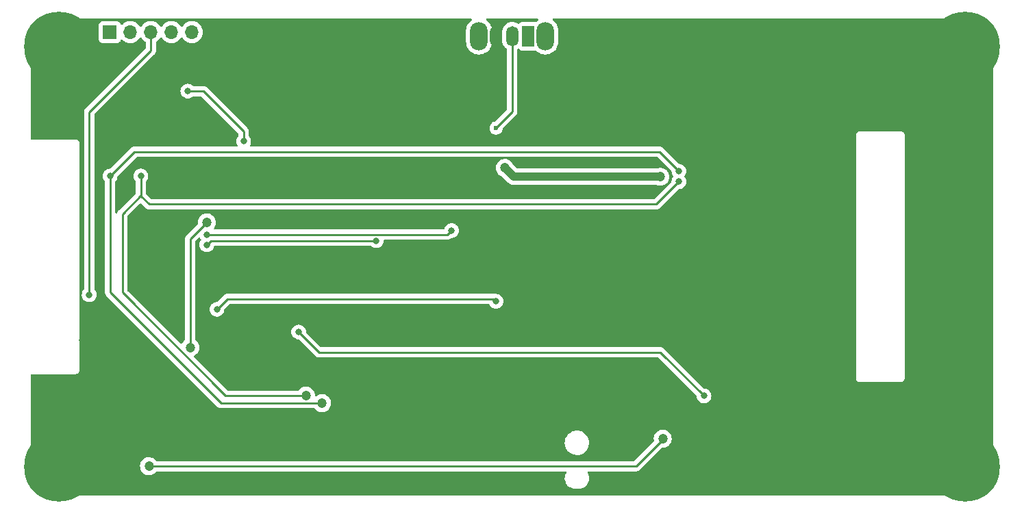
<source format=gbl>
G04 #@! TF.GenerationSoftware,KiCad,Pcbnew,(6.0.0)*
G04 #@! TF.CreationDate,2022-01-01T11:54:16+05:30*
G04 #@! TF.ProjectId,ESP32_BoardV1,45535033-325f-4426-9f61-726456312e6b,rev?*
G04 #@! TF.SameCoordinates,Original*
G04 #@! TF.FileFunction,Copper,L2,Bot*
G04 #@! TF.FilePolarity,Positive*
%FSLAX46Y46*%
G04 Gerber Fmt 4.6, Leading zero omitted, Abs format (unit mm)*
G04 Created by KiCad (PCBNEW (6.0.0)) date 2022-01-01 11:54:16*
%MOMM*%
%LPD*%
G01*
G04 APERTURE LIST*
G04 #@! TA.AperFunction,ComponentPad*
%ADD10C,0.900000*%
G04 #@! TD*
G04 #@! TA.AperFunction,ComponentPad*
%ADD11C,8.600000*%
G04 #@! TD*
G04 #@! TA.AperFunction,ComponentPad*
%ADD12R,1.700000X1.700000*%
G04 #@! TD*
G04 #@! TA.AperFunction,ComponentPad*
%ADD13O,1.700000X1.700000*%
G04 #@! TD*
G04 #@! TA.AperFunction,ComponentPad*
%ADD14O,2.200000X3.500000*%
G04 #@! TD*
G04 #@! TA.AperFunction,ComponentPad*
%ADD15R,1.500000X2.500000*%
G04 #@! TD*
G04 #@! TA.AperFunction,ComponentPad*
%ADD16O,1.500000X2.500000*%
G04 #@! TD*
G04 #@! TA.AperFunction,ViaPad*
%ADD17C,1.200000*%
G04 #@! TD*
G04 #@! TA.AperFunction,ViaPad*
%ADD18C,0.800000*%
G04 #@! TD*
G04 #@! TA.AperFunction,ViaPad*
%ADD19C,0.600000*%
G04 #@! TD*
G04 #@! TA.AperFunction,Conductor*
%ADD20C,0.250000*%
G04 #@! TD*
G04 #@! TA.AperFunction,Conductor*
%ADD21C,1.000000*%
G04 #@! TD*
G04 APERTURE END LIST*
D10*
X91280419Y-96719581D03*
X89000000Y-102225000D03*
X85775000Y-99000000D03*
X89000000Y-95775000D03*
X92225000Y-99000000D03*
X91280419Y-101280419D03*
X86719581Y-96719581D03*
D11*
X89000000Y-99000000D03*
D10*
X86719581Y-101280419D03*
X89000000Y-154225000D03*
X91280419Y-153280419D03*
D11*
X89000000Y-151000000D03*
D10*
X86719581Y-153280419D03*
X89000000Y-147775000D03*
X86719581Y-148719581D03*
X91280419Y-148719581D03*
X85775000Y-151000000D03*
X92225000Y-151000000D03*
X203280419Y-101280419D03*
X204225000Y-99000000D03*
X197775000Y-99000000D03*
X203280419Y-96719581D03*
X198719581Y-101280419D03*
D11*
X201000000Y-99000000D03*
D10*
X201000000Y-95775000D03*
X198719581Y-96719581D03*
X201000000Y-102225000D03*
D12*
X95250000Y-97200000D03*
D13*
X97790000Y-97200000D03*
X100330000Y-97200000D03*
X102870000Y-97200000D03*
X105410000Y-97200000D03*
X107950000Y-97200000D03*
D14*
X140900000Y-97702500D03*
X149100000Y-97702500D03*
D15*
X147000000Y-97702500D03*
D16*
X145000000Y-97702500D03*
X143000000Y-97702500D03*
D10*
X204225000Y-151000000D03*
X201000000Y-154225000D03*
X197775000Y-151000000D03*
X203280419Y-153280419D03*
X203280419Y-148719581D03*
X198719581Y-148719581D03*
D11*
X201000000Y-151000000D03*
D10*
X201000000Y-147775000D03*
X198719581Y-153280419D03*
D17*
X163600000Y-147500000D03*
X100100000Y-150900000D03*
X163300000Y-115100000D03*
X144100000Y-114000000D03*
D18*
X92700000Y-129700000D03*
X111800000Y-110700000D03*
X104900000Y-104500000D03*
X158500000Y-147000000D03*
X157500000Y-147000000D03*
X157500000Y-153000000D03*
X159500000Y-146000000D03*
X159500000Y-153000000D03*
X157500000Y-152000000D03*
X158500000Y-146000000D03*
X159500000Y-147000000D03*
X158500000Y-152000000D03*
X158500000Y-153000000D03*
X157500000Y-146000000D03*
X159500000Y-152000000D03*
X102250000Y-127000000D03*
X135500000Y-128250000D03*
X99250000Y-127000000D03*
X102250000Y-124000000D03*
X100250000Y-124000000D03*
D17*
X172000000Y-125000000D03*
D18*
X101250000Y-127000000D03*
X100250000Y-128000000D03*
X101250000Y-125000000D03*
X100250000Y-126000000D03*
X98250000Y-124000000D03*
X102250000Y-125000000D03*
D17*
X162300000Y-134500000D03*
X125750000Y-143000000D03*
X140127000Y-142500000D03*
D18*
X102250000Y-126000000D03*
X100250000Y-127000000D03*
X167400000Y-143600000D03*
X98250000Y-126000000D03*
D17*
X105100000Y-148900000D03*
X172000000Y-119250000D03*
D18*
X168100000Y-136100000D03*
D17*
X92000000Y-135300000D03*
D18*
X100250000Y-125000000D03*
X98250000Y-128000000D03*
X99250000Y-126000000D03*
X99250000Y-125000000D03*
X101250000Y-128000000D03*
X101250000Y-126000000D03*
X101250000Y-124000000D03*
X92400000Y-141800000D03*
D17*
X140000000Y-123200000D03*
D18*
X151000000Y-103400000D03*
X98250000Y-127000000D03*
D17*
X94500000Y-112900000D03*
D18*
X99250000Y-128000000D03*
D17*
X132250000Y-125000000D03*
D18*
X171700000Y-137200000D03*
X102250000Y-128000000D03*
D17*
X176200000Y-148100000D03*
D18*
X99250000Y-124000000D03*
X165100000Y-151700000D03*
D17*
X135700000Y-144200000D03*
X185150000Y-146670000D03*
D18*
X112700000Y-134000000D03*
X98250000Y-125000000D03*
X95300000Y-115000000D03*
X165600000Y-114400000D03*
D17*
X121500000Y-143099490D03*
X119500000Y-142174990D03*
D18*
X99100000Y-115000000D03*
X165600000Y-115700000D03*
X143000000Y-130500000D03*
X108500000Y-131500000D03*
D19*
X143000000Y-109073060D03*
D17*
X107250000Y-120750000D03*
X105200000Y-136200000D03*
D18*
X137500000Y-121750000D03*
X107250000Y-122250000D03*
X107250000Y-123500000D03*
X128200000Y-123000000D03*
X118600000Y-134300000D03*
X168700000Y-142200000D03*
D20*
X163600000Y-147500000D02*
X163600000Y-147600000D01*
X163600000Y-147600000D02*
X160300000Y-150900000D01*
X160300000Y-150900000D02*
X100100000Y-150900000D01*
D21*
X144100000Y-114000000D02*
X145200000Y-115100000D01*
X145200000Y-115100000D02*
X163300000Y-115100000D01*
D20*
X92700000Y-129700000D02*
X92700000Y-107100000D01*
X100330000Y-99470000D02*
X100330000Y-97200000D01*
X92700000Y-107100000D02*
X100330000Y-99470000D01*
X106800000Y-104500000D02*
X111800000Y-109500000D01*
X111800000Y-109500000D02*
X111800000Y-110700000D01*
X104900000Y-104500000D02*
X106800000Y-104500000D01*
X121500000Y-143099490D02*
X121499490Y-143100000D01*
X121499490Y-143100000D02*
X109000000Y-143100000D01*
X98300000Y-112000000D02*
X95300000Y-115000000D01*
X109000000Y-143100000D02*
X95300000Y-129400000D01*
X163200000Y-112000000D02*
X98300000Y-112000000D01*
X165600000Y-114400000D02*
X163200000Y-112000000D01*
X95300000Y-129400000D02*
X95300000Y-115000000D01*
X96800000Y-119700000D02*
X96800000Y-129400000D01*
X99100000Y-117400000D02*
X96800000Y-119700000D01*
X96800000Y-129400000D02*
X109574990Y-142174990D01*
X109574990Y-142174990D02*
X119500000Y-142174990D01*
X99100000Y-117500000D02*
X99100000Y-116200000D01*
X162800000Y-118500000D02*
X100100000Y-118500000D01*
X100100000Y-118500000D02*
X99100000Y-117500000D01*
X99100000Y-116200000D02*
X99100000Y-117400000D01*
X165600000Y-115700000D02*
X162800000Y-118500000D01*
X99100000Y-115000000D02*
X99100000Y-116200000D01*
X142700000Y-130200000D02*
X109800000Y-130200000D01*
X143000000Y-130500000D02*
X142700000Y-130200000D01*
X109800000Y-130200000D02*
X108500000Y-131500000D01*
X145000000Y-107073060D02*
X145000000Y-97702500D01*
X143000000Y-109073060D02*
X145000000Y-107073060D01*
X105200000Y-122800000D02*
X105200000Y-136200000D01*
X107250000Y-120750000D02*
X105200000Y-122800000D01*
X137450000Y-121750000D02*
X136950000Y-122250000D01*
X137500000Y-121750000D02*
X137450000Y-121750000D01*
X136950000Y-122250000D02*
X107250000Y-122250000D01*
X107750000Y-123000000D02*
X128200000Y-123000000D01*
X107250000Y-123500000D02*
X107750000Y-123000000D01*
X121100000Y-136800000D02*
X163300000Y-136800000D01*
X118600000Y-134300000D02*
X121100000Y-136800000D01*
X163300000Y-136800000D02*
X168700000Y-142200000D01*
G04 #@! TA.AperFunction,Conductor*
G36*
X139963275Y-95528002D02*
G01*
X140009768Y-95581658D01*
X140019872Y-95651932D01*
X139990378Y-95716512D01*
X139960990Y-95741432D01*
X139955842Y-95744587D01*
X139951624Y-95747172D01*
X139759102Y-95911602D01*
X139594672Y-96104124D01*
X139462384Y-96319998D01*
X139460491Y-96324568D01*
X139460489Y-96324572D01*
X139375074Y-96530783D01*
X139365495Y-96553909D01*
X139364340Y-96558721D01*
X139310088Y-96784699D01*
X139306391Y-96800097D01*
X139298535Y-96899916D01*
X139292034Y-96982522D01*
X139291500Y-96989301D01*
X139291500Y-98415699D01*
X139291693Y-98418148D01*
X139291693Y-98418155D01*
X139291891Y-98420667D01*
X139306391Y-98604903D01*
X139307545Y-98609710D01*
X139307546Y-98609716D01*
X139317602Y-98651601D01*
X139365495Y-98851091D01*
X139367388Y-98855662D01*
X139367389Y-98855664D01*
X139444402Y-99041589D01*
X139462384Y-99085002D01*
X139594672Y-99300876D01*
X139759102Y-99493398D01*
X139951624Y-99657828D01*
X140167498Y-99790116D01*
X140172068Y-99792009D01*
X140172072Y-99792011D01*
X140396836Y-99885111D01*
X140401409Y-99887005D01*
X140486032Y-99907321D01*
X140642784Y-99944954D01*
X140642790Y-99944955D01*
X140647597Y-99946109D01*
X140900000Y-99965974D01*
X141152403Y-99946109D01*
X141157210Y-99944955D01*
X141157216Y-99944954D01*
X141313968Y-99907321D01*
X141398591Y-99887005D01*
X141403164Y-99885111D01*
X141627928Y-99792011D01*
X141627932Y-99792009D01*
X141632502Y-99790116D01*
X141848376Y-99657828D01*
X142040898Y-99493398D01*
X142205328Y-99300876D01*
X142337616Y-99085002D01*
X142355599Y-99041589D01*
X142432611Y-98855664D01*
X142432612Y-98855662D01*
X142434505Y-98851091D01*
X142482398Y-98651601D01*
X142492454Y-98609716D01*
X142492455Y-98609710D01*
X142493609Y-98604903D01*
X142508109Y-98420667D01*
X142508307Y-98418155D01*
X142508307Y-98418148D01*
X142508500Y-98415699D01*
X142508500Y-96989301D01*
X142507967Y-96982522D01*
X142501465Y-96899916D01*
X142493609Y-96800097D01*
X142489913Y-96784699D01*
X142435660Y-96558721D01*
X142434505Y-96553909D01*
X142424926Y-96530783D01*
X142339511Y-96324572D01*
X142339509Y-96324568D01*
X142337616Y-96319998D01*
X142205328Y-96104124D01*
X142040898Y-95911602D01*
X141848376Y-95747172D01*
X141844158Y-95744587D01*
X141839010Y-95741432D01*
X141791379Y-95688784D01*
X141779773Y-95618743D01*
X141807877Y-95553545D01*
X141866768Y-95513892D01*
X141904846Y-95508000D01*
X148095154Y-95508000D01*
X148163275Y-95528002D01*
X148209768Y-95581658D01*
X148219872Y-95651932D01*
X148190378Y-95716512D01*
X148160990Y-95741432D01*
X148155842Y-95744587D01*
X148151624Y-95747172D01*
X147959102Y-95911602D01*
X147956907Y-95914172D01*
X147894976Y-95947990D01*
X147854586Y-95950132D01*
X147801533Y-95944369D01*
X147801529Y-95944369D01*
X147798134Y-95944000D01*
X146201866Y-95944000D01*
X146139684Y-95950755D01*
X146003295Y-96001885D01*
X145886739Y-96089239D01*
X145862421Y-96121687D01*
X145805564Y-96164201D01*
X145734746Y-96169227D01*
X145691320Y-96150702D01*
X145613399Y-96098341D01*
X145613390Y-96098336D01*
X145608738Y-96095210D01*
X145403033Y-96004912D01*
X145397582Y-96003603D01*
X145397578Y-96003602D01*
X145190046Y-95953778D01*
X145190045Y-95953778D01*
X145184589Y-95952468D01*
X145100525Y-95947621D01*
X144965917Y-95939860D01*
X144965914Y-95939860D01*
X144960310Y-95939537D01*
X144737285Y-95966525D01*
X144522565Y-96032582D01*
X144517585Y-96035152D01*
X144517581Y-96035154D01*
X144349931Y-96121685D01*
X144322936Y-96135618D01*
X144144708Y-96272377D01*
X143993515Y-96438536D01*
X143990537Y-96443283D01*
X143990535Y-96443286D01*
X143924011Y-96549336D01*
X143874136Y-96628844D01*
X143790344Y-96837283D01*
X143744787Y-97057267D01*
X143741500Y-97114275D01*
X143741500Y-98259499D01*
X143741749Y-98262286D01*
X143741749Y-98262292D01*
X143745462Y-98303891D01*
X143756383Y-98426262D01*
X143757864Y-98431676D01*
X143757865Y-98431681D01*
X143771201Y-98480427D01*
X143815663Y-98642951D01*
X143818075Y-98648009D01*
X143818077Y-98648013D01*
X143864021Y-98744335D01*
X143912378Y-98845718D01*
X144043471Y-99028154D01*
X144106488Y-99089222D01*
X144174784Y-99155405D01*
X144204799Y-99184492D01*
X144209463Y-99187626D01*
X144310776Y-99255706D01*
X144356161Y-99310302D01*
X144366500Y-99360287D01*
X144366500Y-106758466D01*
X144346498Y-106826587D01*
X144329595Y-106847561D01*
X142938908Y-108238247D01*
X142876596Y-108272273D01*
X142862986Y-108274462D01*
X142854210Y-108275384D01*
X142832288Y-108277688D01*
X142832286Y-108277688D01*
X142825288Y-108278424D01*
X142653579Y-108336878D01*
X142647575Y-108340572D01*
X142505095Y-108428226D01*
X142505092Y-108428228D01*
X142499088Y-108431922D01*
X142494053Y-108436853D01*
X142494050Y-108436855D01*
X142374525Y-108553903D01*
X142369493Y-108558831D01*
X142271235Y-108711298D01*
X142209197Y-108881745D01*
X142186463Y-109061700D01*
X142204163Y-109242220D01*
X142261418Y-109414333D01*
X142265065Y-109420355D01*
X142265066Y-109420357D01*
X142346513Y-109554842D01*
X142355380Y-109569484D01*
X142360269Y-109574547D01*
X142360270Y-109574548D01*
X142419253Y-109635626D01*
X142481382Y-109699962D01*
X142513729Y-109721129D01*
X142624059Y-109793327D01*
X142633159Y-109799282D01*
X142639763Y-109801738D01*
X142639765Y-109801739D01*
X142796558Y-109860050D01*
X142796560Y-109860050D01*
X142803168Y-109862508D01*
X142886995Y-109873693D01*
X142975980Y-109885567D01*
X142975984Y-109885567D01*
X142982961Y-109886498D01*
X142989972Y-109885860D01*
X142989976Y-109885860D01*
X143132459Y-109872892D01*
X143163600Y-109870058D01*
X143170302Y-109867880D01*
X143170304Y-109867880D01*
X143329409Y-109816184D01*
X143329412Y-109816183D01*
X143336108Y-109814007D01*
X143438891Y-109752736D01*
X143485860Y-109724737D01*
X143485862Y-109724736D01*
X143491912Y-109721129D01*
X143623266Y-109596042D01*
X143723643Y-109444962D01*
X143778675Y-109300092D01*
X143785555Y-109281980D01*
X143785556Y-109281978D01*
X143788055Y-109275398D01*
X143791779Y-109248904D01*
X143797639Y-109207205D01*
X143826927Y-109142531D01*
X143833318Y-109135646D01*
X145392253Y-107576712D01*
X145400539Y-107569172D01*
X145407018Y-107565060D01*
X145453644Y-107515408D01*
X145456398Y-107512567D01*
X145476135Y-107492830D01*
X145478615Y-107489633D01*
X145486320Y-107480611D01*
X145511159Y-107454160D01*
X145516586Y-107448381D01*
X145520405Y-107441435D01*
X145520407Y-107441432D01*
X145526348Y-107430626D01*
X145537199Y-107414107D01*
X145544758Y-107404361D01*
X145549614Y-107398101D01*
X145552759Y-107390832D01*
X145552762Y-107390828D01*
X145567174Y-107357523D01*
X145572391Y-107346873D01*
X145593695Y-107308120D01*
X145598733Y-107288497D01*
X145605137Y-107269794D01*
X145610033Y-107258480D01*
X145610033Y-107258479D01*
X145613181Y-107251205D01*
X145614420Y-107243382D01*
X145614423Y-107243372D01*
X145620099Y-107207536D01*
X145622505Y-107195916D01*
X145631528Y-107160771D01*
X145631528Y-107160770D01*
X145633500Y-107153090D01*
X145633500Y-107132836D01*
X145635051Y-107113125D01*
X145636980Y-107100946D01*
X145638220Y-107093117D01*
X145634059Y-107049098D01*
X145633500Y-107037241D01*
X145633500Y-99364947D01*
X145653502Y-99296826D01*
X145682793Y-99264987D01*
X145687010Y-99261751D01*
X145753230Y-99236148D01*
X145822779Y-99250411D01*
X145864542Y-99286144D01*
X145886739Y-99315761D01*
X146003295Y-99403115D01*
X146139684Y-99454245D01*
X146201866Y-99461000D01*
X147798134Y-99461000D01*
X147801529Y-99460631D01*
X147801533Y-99460631D01*
X147854586Y-99454868D01*
X147924469Y-99467397D01*
X147956760Y-99490655D01*
X147959102Y-99493398D01*
X148151624Y-99657828D01*
X148367498Y-99790116D01*
X148372068Y-99792009D01*
X148372072Y-99792011D01*
X148596836Y-99885111D01*
X148601409Y-99887005D01*
X148686032Y-99907321D01*
X148842784Y-99944954D01*
X148842790Y-99944955D01*
X148847597Y-99946109D01*
X149100000Y-99965974D01*
X149352403Y-99946109D01*
X149357210Y-99944955D01*
X149357216Y-99944954D01*
X149513968Y-99907321D01*
X149598591Y-99887005D01*
X149603164Y-99885111D01*
X149827928Y-99792011D01*
X149827932Y-99792009D01*
X149832502Y-99790116D01*
X150048376Y-99657828D01*
X150240898Y-99493398D01*
X150405328Y-99300876D01*
X150537616Y-99085002D01*
X150555599Y-99041589D01*
X150632611Y-98855664D01*
X150632612Y-98855662D01*
X150634505Y-98851091D01*
X150682398Y-98651601D01*
X150692454Y-98609716D01*
X150692455Y-98609710D01*
X150693609Y-98604903D01*
X150708109Y-98420667D01*
X150708307Y-98418155D01*
X150708307Y-98418148D01*
X150708500Y-98415699D01*
X150708500Y-96989301D01*
X150707967Y-96982522D01*
X150701465Y-96899916D01*
X150693609Y-96800097D01*
X150689913Y-96784699D01*
X150635660Y-96558721D01*
X150634505Y-96553909D01*
X150624926Y-96530783D01*
X150539511Y-96324572D01*
X150539509Y-96324568D01*
X150537616Y-96319998D01*
X150405328Y-96104124D01*
X150240898Y-95911602D01*
X150048376Y-95747172D01*
X150044158Y-95744587D01*
X150039010Y-95741432D01*
X149991379Y-95688784D01*
X149979773Y-95618743D01*
X150007877Y-95553545D01*
X150066768Y-95513892D01*
X150104846Y-95508000D01*
X200950672Y-95508000D01*
X200970057Y-95509500D01*
X200984858Y-95511805D01*
X200984861Y-95511805D01*
X200993730Y-95513186D01*
X201013054Y-95510659D01*
X201035570Y-95509747D01*
X201336100Y-95524512D01*
X201348394Y-95525722D01*
X201675139Y-95574191D01*
X201687249Y-95576599D01*
X201987996Y-95651932D01*
X202007674Y-95656861D01*
X202019507Y-95660451D01*
X202330494Y-95771725D01*
X202341918Y-95776456D01*
X202493725Y-95848255D01*
X202635603Y-95915358D01*
X202640523Y-95917685D01*
X202651424Y-95923512D01*
X202747935Y-95981358D01*
X202934745Y-96093328D01*
X202945026Y-96100198D01*
X203210329Y-96296960D01*
X203219887Y-96304804D01*
X203464630Y-96526626D01*
X203473374Y-96535370D01*
X203695196Y-96780113D01*
X203703040Y-96789671D01*
X203899802Y-97054974D01*
X203906672Y-97065255D01*
X204029337Y-97269908D01*
X204076486Y-97348572D01*
X204082315Y-97359477D01*
X204223544Y-97658082D01*
X204228275Y-97669506D01*
X204339549Y-97980493D01*
X204343138Y-97992324D01*
X204421182Y-98303891D01*
X204423399Y-98312743D01*
X204425809Y-98324861D01*
X204468064Y-98609716D01*
X204474277Y-98651601D01*
X204475489Y-98663907D01*
X204489890Y-98957062D01*
X204488543Y-98982624D01*
X204488195Y-98984857D01*
X204488195Y-98984861D01*
X204486814Y-98993730D01*
X204487978Y-99002632D01*
X204487978Y-99002635D01*
X204490936Y-99025251D01*
X204492000Y-99041589D01*
X204492000Y-150950672D01*
X204490500Y-150970056D01*
X204486814Y-150993730D01*
X204489274Y-151012539D01*
X204489341Y-151013050D01*
X204490253Y-151035570D01*
X204478932Y-151266010D01*
X204475489Y-151336094D01*
X204474278Y-151348394D01*
X204432947Y-151627024D01*
X204425811Y-151675130D01*
X204423401Y-151687249D01*
X204344128Y-152003725D01*
X204343139Y-152007674D01*
X204339549Y-152019507D01*
X204228275Y-152330494D01*
X204223544Y-152341918D01*
X204082315Y-152640523D01*
X204076488Y-152651424D01*
X204069721Y-152662715D01*
X203906672Y-152934745D01*
X203899802Y-152945026D01*
X203703040Y-153210329D01*
X203695196Y-153219887D01*
X203473374Y-153464630D01*
X203464630Y-153473374D01*
X203219887Y-153695196D01*
X203210329Y-153703040D01*
X202945026Y-153899802D01*
X202934745Y-153906672D01*
X202651428Y-154076486D01*
X202640523Y-154082315D01*
X202341918Y-154223544D01*
X202330494Y-154228275D01*
X202019507Y-154339549D01*
X202007676Y-154343138D01*
X201687249Y-154423401D01*
X201675139Y-154425809D01*
X201348394Y-154474278D01*
X201336098Y-154475489D01*
X201247344Y-154479849D01*
X201042938Y-154489890D01*
X201017376Y-154488543D01*
X201015143Y-154488195D01*
X201015139Y-154488195D01*
X201006270Y-154486814D01*
X200997368Y-154487978D01*
X200997365Y-154487978D01*
X200978083Y-154490500D01*
X200975728Y-154490808D01*
X200974749Y-154490936D01*
X200958411Y-154492000D01*
X89049328Y-154492000D01*
X89029943Y-154490500D01*
X89015142Y-154488195D01*
X89015139Y-154488195D01*
X89006270Y-154486814D01*
X88986946Y-154489341D01*
X88964430Y-154490253D01*
X88663900Y-154475488D01*
X88651606Y-154474278D01*
X88324861Y-154425809D01*
X88312751Y-154423401D01*
X87992324Y-154343138D01*
X87980493Y-154339549D01*
X87669506Y-154228275D01*
X87658082Y-154223544D01*
X87359477Y-154082315D01*
X87348572Y-154076486D01*
X87065255Y-153906672D01*
X87054974Y-153899802D01*
X86789671Y-153703040D01*
X86780113Y-153695196D01*
X86535370Y-153473374D01*
X86526626Y-153464630D01*
X86304804Y-153219887D01*
X86296960Y-153210329D01*
X86100198Y-152945026D01*
X86093328Y-152934745D01*
X85930279Y-152662715D01*
X85923512Y-152651424D01*
X85917685Y-152640523D01*
X85776456Y-152341918D01*
X85771725Y-152330494D01*
X85660451Y-152019507D01*
X85656861Y-152007674D01*
X85655872Y-152003725D01*
X85576599Y-151687249D01*
X85574189Y-151675130D01*
X85567054Y-151627024D01*
X85525722Y-151348394D01*
X85524511Y-151336093D01*
X85510293Y-151046665D01*
X85511886Y-151019586D01*
X85512264Y-151017340D01*
X85512265Y-151017331D01*
X85513071Y-151012539D01*
X85513224Y-151000000D01*
X85509273Y-150972412D01*
X85508000Y-150954549D01*
X85508000Y-150870859D01*
X98987132Y-150870859D01*
X99000457Y-151074151D01*
X99050605Y-151271610D01*
X99135898Y-151456624D01*
X99253479Y-151622997D01*
X99399410Y-151765157D01*
X99404206Y-151768362D01*
X99404209Y-151768364D01*
X99446162Y-151796396D01*
X99568803Y-151878342D01*
X99574106Y-151880620D01*
X99574109Y-151880622D01*
X99750680Y-151956483D01*
X99755987Y-151958763D01*
X99828817Y-151975243D01*
X99949055Y-152002450D01*
X99949060Y-152002451D01*
X99954692Y-152003725D01*
X99960463Y-152003952D01*
X99960465Y-152003952D01*
X100023470Y-152006427D01*
X100158263Y-152011723D01*
X100359883Y-151982490D01*
X100365347Y-151980635D01*
X100365352Y-151980634D01*
X100547327Y-151918862D01*
X100547332Y-151918860D01*
X100552799Y-151917004D01*
X100730551Y-151817458D01*
X100887186Y-151687186D01*
X100937222Y-151627024D01*
X100977221Y-151578931D01*
X101036159Y-151539347D01*
X101074095Y-151533500D01*
X151579445Y-151533500D01*
X151647566Y-151553502D01*
X151694059Y-151607158D01*
X151704163Y-151677432D01*
X151684026Y-151729776D01*
X151645841Y-151786601D01*
X151645836Y-151786610D01*
X151642710Y-151791262D01*
X151552412Y-151996967D01*
X151551103Y-152002418D01*
X151551102Y-152002422D01*
X151520012Y-152131923D01*
X151499968Y-152215411D01*
X151487037Y-152439690D01*
X151514025Y-152662715D01*
X151580082Y-152877435D01*
X151582652Y-152882415D01*
X151582654Y-152882419D01*
X151647852Y-153008738D01*
X151683118Y-153077064D01*
X151819877Y-153255292D01*
X151986036Y-153406485D01*
X151990783Y-153409463D01*
X151990786Y-153409465D01*
X152119229Y-153490036D01*
X152176344Y-153525864D01*
X152384783Y-153609656D01*
X152604767Y-153655213D01*
X152609378Y-153655479D01*
X152609379Y-153655479D01*
X152659952Y-153658395D01*
X152659956Y-153658395D01*
X152661775Y-153658500D01*
X153306999Y-153658500D01*
X153309786Y-153658251D01*
X153309792Y-153658251D01*
X153379929Y-153651991D01*
X153473762Y-153643617D01*
X153479176Y-153642136D01*
X153479181Y-153642135D01*
X153606912Y-153607191D01*
X153690451Y-153584337D01*
X153695509Y-153581925D01*
X153695513Y-153581923D01*
X153813042Y-153525864D01*
X153893218Y-153487622D01*
X154075654Y-153356529D01*
X154231992Y-153195201D01*
X154357290Y-153008738D01*
X154447588Y-152803033D01*
X154485261Y-152646117D01*
X154498722Y-152590046D01*
X154498722Y-152590045D01*
X154500032Y-152584589D01*
X154512963Y-152360310D01*
X154485975Y-152137285D01*
X154419918Y-151922565D01*
X154415591Y-151914180D01*
X154319454Y-151727919D01*
X154319454Y-151727918D01*
X154316882Y-151722936D01*
X154317601Y-151722565D01*
X154299267Y-151658779D01*
X154319658Y-151590774D01*
X154373579Y-151544589D01*
X154425265Y-151533500D01*
X160221233Y-151533500D01*
X160232416Y-151534027D01*
X160239909Y-151535702D01*
X160247835Y-151535453D01*
X160247836Y-151535453D01*
X160307986Y-151533562D01*
X160311945Y-151533500D01*
X160339856Y-151533500D01*
X160343791Y-151533003D01*
X160343856Y-151532995D01*
X160355693Y-151532062D01*
X160387951Y-151531048D01*
X160391970Y-151530922D01*
X160399889Y-151530673D01*
X160419343Y-151525021D01*
X160438700Y-151521013D01*
X160450930Y-151519468D01*
X160450931Y-151519468D01*
X160458797Y-151518474D01*
X160466168Y-151515555D01*
X160466170Y-151515555D01*
X160499912Y-151502196D01*
X160511142Y-151498351D01*
X160545983Y-151488229D01*
X160545984Y-151488229D01*
X160553593Y-151486018D01*
X160560412Y-151481985D01*
X160560417Y-151481983D01*
X160571028Y-151475707D01*
X160588776Y-151467012D01*
X160607617Y-151459552D01*
X160618867Y-151451379D01*
X160643387Y-151433564D01*
X160653307Y-151427048D01*
X160684535Y-151408580D01*
X160684538Y-151408578D01*
X160691362Y-151404542D01*
X160705683Y-151390221D01*
X160720717Y-151377380D01*
X160730694Y-151370131D01*
X160737107Y-151365472D01*
X160765298Y-151331395D01*
X160773288Y-151322616D01*
X163451791Y-148644114D01*
X163514103Y-148610088D01*
X163545832Y-148607306D01*
X163601067Y-148609476D01*
X163658263Y-148611723D01*
X163859883Y-148582490D01*
X163865347Y-148580635D01*
X163865352Y-148580634D01*
X164047327Y-148518862D01*
X164047332Y-148518860D01*
X164052799Y-148517004D01*
X164230551Y-148417458D01*
X164387186Y-148287186D01*
X164517458Y-148130551D01*
X164617004Y-147952799D01*
X164618860Y-147947332D01*
X164618862Y-147947327D01*
X164680634Y-147765352D01*
X164680635Y-147765347D01*
X164682490Y-147759883D01*
X164711723Y-147558263D01*
X164713249Y-147500000D01*
X164694608Y-147297126D01*
X164650475Y-147140646D01*
X164640875Y-147106606D01*
X164640874Y-147106604D01*
X164639307Y-147101047D01*
X164628680Y-147079496D01*
X164551756Y-146923510D01*
X164549201Y-146918329D01*
X164530796Y-146893681D01*
X164430758Y-146759715D01*
X164430758Y-146759714D01*
X164427305Y-146755091D01*
X164277703Y-146616800D01*
X164192048Y-146562756D01*
X164110288Y-146511169D01*
X164110283Y-146511167D01*
X164105404Y-146508088D01*
X163916180Y-146432595D01*
X163716366Y-146392849D01*
X163710592Y-146392773D01*
X163710588Y-146392773D01*
X163607452Y-146391424D01*
X163512655Y-146390183D01*
X163506958Y-146391162D01*
X163506957Y-146391162D01*
X163317567Y-146423705D01*
X163311870Y-146424684D01*
X163120734Y-146495198D01*
X163115773Y-146498150D01*
X163115772Y-146498150D01*
X163007180Y-146562756D01*
X162945649Y-146599363D01*
X162792478Y-146733690D01*
X162788911Y-146738215D01*
X162788906Y-146738220D01*
X162702331Y-146848040D01*
X162666351Y-146893681D01*
X162663662Y-146898792D01*
X162663660Y-146898795D01*
X162637405Y-146948698D01*
X162571492Y-147073978D01*
X162511078Y-147268543D01*
X162487132Y-147470859D01*
X162500457Y-147674151D01*
X162501879Y-147679749D01*
X162509046Y-147707971D01*
X162506426Y-147778919D01*
X162476017Y-147828079D01*
X160074500Y-150229595D01*
X160012188Y-150263621D01*
X159985405Y-150266500D01*
X101073663Y-150266500D01*
X101005542Y-150246498D01*
X100972705Y-150215889D01*
X100930758Y-150159715D01*
X100930757Y-150159714D01*
X100927305Y-150155091D01*
X100777703Y-150016800D01*
X100731675Y-149987759D01*
X100610288Y-149911169D01*
X100610283Y-149911167D01*
X100605404Y-149908088D01*
X100416180Y-149832595D01*
X100216366Y-149792849D01*
X100210592Y-149792773D01*
X100210588Y-149792773D01*
X100107452Y-149791424D01*
X100012655Y-149790183D01*
X100006958Y-149791162D01*
X100006957Y-149791162D01*
X99817567Y-149823705D01*
X99811870Y-149824684D01*
X99620734Y-149895198D01*
X99445649Y-149999363D01*
X99292478Y-150133690D01*
X99288911Y-150138215D01*
X99288906Y-150138220D01*
X99227677Y-150215889D01*
X99166351Y-150293681D01*
X99071492Y-150473978D01*
X99011078Y-150668543D01*
X98987132Y-150870859D01*
X85508000Y-150870859D01*
X85508000Y-148052817D01*
X151487514Y-148052817D01*
X151488095Y-148057837D01*
X151488095Y-148057841D01*
X151514632Y-148287186D01*
X151515415Y-148293956D01*
X151516791Y-148298820D01*
X151516792Y-148298823D01*
X151562476Y-148460266D01*
X151581510Y-148527532D01*
X151583644Y-148532108D01*
X151583646Y-148532114D01*
X151640446Y-148653922D01*
X151684099Y-148747536D01*
X151820544Y-148948307D01*
X151987332Y-149124681D01*
X151991358Y-149127759D01*
X151991359Y-149127760D01*
X152176154Y-149269047D01*
X152176158Y-149269050D01*
X152180174Y-149272120D01*
X152394109Y-149386831D01*
X152623631Y-149465862D01*
X152722978Y-149483022D01*
X152858926Y-149506504D01*
X152858932Y-149506505D01*
X152862836Y-149507179D01*
X152866797Y-149507359D01*
X152866798Y-149507359D01*
X152890506Y-149508436D01*
X152890525Y-149508436D01*
X152891925Y-149508500D01*
X153061001Y-149508500D01*
X153063509Y-149508298D01*
X153063514Y-149508298D01*
X153236924Y-149494346D01*
X153236929Y-149494345D01*
X153241965Y-149493940D01*
X153246873Y-149492734D01*
X153246876Y-149492734D01*
X153472792Y-149437244D01*
X153477706Y-149436037D01*
X153482358Y-149434062D01*
X153482362Y-149434061D01*
X153696498Y-149343165D01*
X153701156Y-149341188D01*
X153807037Y-149274511D01*
X153902288Y-149214528D01*
X153902291Y-149214526D01*
X153906567Y-149211833D01*
X154005422Y-149124681D01*
X154084858Y-149054650D01*
X154084861Y-149054647D01*
X154088655Y-149051302D01*
X154242734Y-148863722D01*
X154364841Y-148653922D01*
X154416685Y-148518862D01*
X154450020Y-148432022D01*
X154450021Y-148432018D01*
X154451833Y-148427298D01*
X154452868Y-148422345D01*
X154500440Y-148194631D01*
X154500440Y-148194627D01*
X154501474Y-148189680D01*
X154512486Y-147947183D01*
X154497235Y-147815373D01*
X154485167Y-147711071D01*
X154485166Y-147711067D01*
X154484585Y-147706044D01*
X154445517Y-147567978D01*
X154419866Y-147477331D01*
X154418490Y-147472468D01*
X154416356Y-147467892D01*
X154416354Y-147467886D01*
X154318038Y-147257046D01*
X154318036Y-147257042D01*
X154315901Y-147252464D01*
X154179456Y-147051693D01*
X154012668Y-146875319D01*
X154008641Y-146872240D01*
X153823846Y-146730953D01*
X153823842Y-146730950D01*
X153819826Y-146727880D01*
X153605891Y-146613169D01*
X153376369Y-146534138D01*
X153243390Y-146511169D01*
X153141074Y-146493496D01*
X153141068Y-146493495D01*
X153137164Y-146492821D01*
X153133203Y-146492641D01*
X153133202Y-146492641D01*
X153109494Y-146491564D01*
X153109475Y-146491564D01*
X153108075Y-146491500D01*
X152938999Y-146491500D01*
X152936491Y-146491702D01*
X152936486Y-146491702D01*
X152763076Y-146505654D01*
X152763071Y-146505655D01*
X152758035Y-146506060D01*
X152753127Y-146507266D01*
X152753124Y-146507266D01*
X152637007Y-146535787D01*
X152522294Y-146563963D01*
X152517642Y-146565938D01*
X152517638Y-146565939D01*
X152445856Y-146596409D01*
X152298844Y-146658812D01*
X152294560Y-146661510D01*
X152097712Y-146785472D01*
X152097709Y-146785474D01*
X152093433Y-146788167D01*
X152089639Y-146791512D01*
X151915142Y-146945350D01*
X151915139Y-146945353D01*
X151911345Y-146948698D01*
X151908135Y-146952606D01*
X151908134Y-146952607D01*
X151781639Y-147106606D01*
X151757266Y-147136278D01*
X151635159Y-147346078D01*
X151633346Y-147350801D01*
X151553710Y-147558263D01*
X151548167Y-147572702D01*
X151547133Y-147577652D01*
X151547132Y-147577655D01*
X151510257Y-147754169D01*
X151498526Y-147810320D01*
X151487514Y-148052817D01*
X85508000Y-148052817D01*
X85508000Y-139634000D01*
X85528002Y-139565879D01*
X85581658Y-139519386D01*
X85634000Y-139508000D01*
X90991298Y-139508000D01*
X90992069Y-139508002D01*
X91069652Y-139508476D01*
X91078281Y-139506010D01*
X91078286Y-139506009D01*
X91098048Y-139500361D01*
X91114809Y-139496783D01*
X91135152Y-139493870D01*
X91135162Y-139493867D01*
X91144045Y-139492595D01*
X91167395Y-139481979D01*
X91184907Y-139475536D01*
X91200937Y-139470954D01*
X91209565Y-139468488D01*
X91234548Y-139452726D01*
X91249614Y-139444596D01*
X91276510Y-139432367D01*
X91295939Y-139415626D01*
X91310947Y-139404521D01*
X91325039Y-139395630D01*
X91332631Y-139390840D01*
X91352182Y-139368703D01*
X91364374Y-139356659D01*
X91379949Y-139343239D01*
X91379950Y-139343237D01*
X91386747Y-139337381D01*
X91391626Y-139329853D01*
X91391629Y-139329850D01*
X91400696Y-139315861D01*
X91411986Y-139300987D01*
X91423012Y-139288502D01*
X91428956Y-139281772D01*
X91441510Y-139255034D01*
X91449824Y-139240065D01*
X91465893Y-139215273D01*
X91473239Y-139190709D01*
X91479901Y-139173264D01*
X91486983Y-139158179D01*
X91490799Y-139150052D01*
X91495343Y-139120870D01*
X91499126Y-139104151D01*
X91505014Y-139084464D01*
X91505015Y-139084461D01*
X91507587Y-139075859D01*
X91507797Y-139041444D01*
X91507830Y-139040672D01*
X91508000Y-139039577D01*
X91508000Y-139008702D01*
X91508002Y-139007932D01*
X91508452Y-138934284D01*
X91508452Y-138934283D01*
X91508476Y-138930348D01*
X91508092Y-138929004D01*
X91508000Y-138927659D01*
X91508000Y-129700000D01*
X91786496Y-129700000D01*
X91787186Y-129706565D01*
X91799228Y-129821134D01*
X91806458Y-129889928D01*
X91865473Y-130071556D01*
X91960960Y-130236944D01*
X92088747Y-130378866D01*
X92243248Y-130491118D01*
X92249276Y-130493802D01*
X92249278Y-130493803D01*
X92411681Y-130566109D01*
X92417712Y-130568794D01*
X92510990Y-130588621D01*
X92598056Y-130607128D01*
X92598061Y-130607128D01*
X92604513Y-130608500D01*
X92795487Y-130608500D01*
X92801939Y-130607128D01*
X92801944Y-130607128D01*
X92889010Y-130588621D01*
X92982288Y-130568794D01*
X92988319Y-130566109D01*
X93150722Y-130493803D01*
X93150724Y-130493802D01*
X93156752Y-130491118D01*
X93311253Y-130378866D01*
X93439040Y-130236944D01*
X93534527Y-130071556D01*
X93593542Y-129889928D01*
X93600773Y-129821134D01*
X93612814Y-129706565D01*
X93613504Y-129700000D01*
X93609344Y-129660417D01*
X93594232Y-129516635D01*
X93594232Y-129516633D01*
X93593542Y-129510072D01*
X93534527Y-129328444D01*
X93439040Y-129163056D01*
X93365863Y-129081785D01*
X93335147Y-129017779D01*
X93333500Y-128997476D01*
X93333500Y-115000000D01*
X94386496Y-115000000D01*
X94387186Y-115006565D01*
X94404235Y-115168774D01*
X94406458Y-115189928D01*
X94465473Y-115371556D01*
X94560960Y-115536944D01*
X94634137Y-115618215D01*
X94664853Y-115682221D01*
X94666500Y-115702524D01*
X94666500Y-129321233D01*
X94665973Y-129332416D01*
X94664298Y-129339909D01*
X94664547Y-129347835D01*
X94664547Y-129347836D01*
X94666438Y-129407986D01*
X94666500Y-129411945D01*
X94666500Y-129439856D01*
X94666997Y-129443790D01*
X94666997Y-129443791D01*
X94667005Y-129443856D01*
X94667938Y-129455693D01*
X94669327Y-129499889D01*
X94674978Y-129519339D01*
X94678987Y-129538700D01*
X94681526Y-129558797D01*
X94684445Y-129566168D01*
X94684445Y-129566170D01*
X94697804Y-129599912D01*
X94701649Y-129611142D01*
X94707478Y-129631206D01*
X94713982Y-129653593D01*
X94718015Y-129660412D01*
X94718017Y-129660417D01*
X94724293Y-129671028D01*
X94732988Y-129688776D01*
X94740448Y-129707617D01*
X94745110Y-129714033D01*
X94745110Y-129714034D01*
X94766436Y-129743387D01*
X94772952Y-129753307D01*
X94795458Y-129791362D01*
X94809779Y-129805683D01*
X94822619Y-129820716D01*
X94834528Y-129837107D01*
X94840634Y-129842158D01*
X94868605Y-129865298D01*
X94877384Y-129873288D01*
X108496348Y-143492253D01*
X108503888Y-143500539D01*
X108508000Y-143507018D01*
X108513777Y-143512443D01*
X108557651Y-143553643D01*
X108560493Y-143556398D01*
X108580230Y-143576135D01*
X108583427Y-143578615D01*
X108592447Y-143586318D01*
X108624679Y-143616586D01*
X108631625Y-143620405D01*
X108631628Y-143620407D01*
X108642434Y-143626348D01*
X108658953Y-143637199D01*
X108674959Y-143649614D01*
X108682228Y-143652759D01*
X108682232Y-143652762D01*
X108715537Y-143667174D01*
X108726187Y-143672391D01*
X108764940Y-143693695D01*
X108772615Y-143695666D01*
X108772616Y-143695666D01*
X108784562Y-143698733D01*
X108803267Y-143705137D01*
X108821855Y-143713181D01*
X108829678Y-143714420D01*
X108829688Y-143714423D01*
X108865524Y-143720099D01*
X108877144Y-143722505D01*
X108912289Y-143731528D01*
X108919970Y-143733500D01*
X108940224Y-143733500D01*
X108959934Y-143735051D01*
X108979943Y-143738220D01*
X108987835Y-143737474D01*
X109013467Y-143735051D01*
X109023962Y-143734059D01*
X109035819Y-143733500D01*
X120525347Y-143733500D01*
X120593468Y-143753502D01*
X120628243Y-143786779D01*
X120653479Y-143822487D01*
X120799410Y-143964647D01*
X120804206Y-143967852D01*
X120804209Y-143967854D01*
X120872149Y-144013250D01*
X120968803Y-144077832D01*
X120974106Y-144080110D01*
X120974109Y-144080112D01*
X121063115Y-144118352D01*
X121155987Y-144158253D01*
X121228817Y-144174733D01*
X121349055Y-144201940D01*
X121349060Y-144201941D01*
X121354692Y-144203215D01*
X121360463Y-144203442D01*
X121360465Y-144203442D01*
X121423470Y-144205917D01*
X121558263Y-144211213D01*
X121759883Y-144181980D01*
X121765347Y-144180125D01*
X121765352Y-144180124D01*
X121947327Y-144118352D01*
X121947332Y-144118350D01*
X121952799Y-144116494D01*
X122130551Y-144016948D01*
X122287186Y-143886676D01*
X122417458Y-143730041D01*
X122517004Y-143552289D01*
X122518860Y-143546822D01*
X122518862Y-143546817D01*
X122580634Y-143364842D01*
X122580635Y-143364837D01*
X122582490Y-143359373D01*
X122611723Y-143157753D01*
X122613249Y-143099490D01*
X122594608Y-142896616D01*
X122549575Y-142736944D01*
X122540875Y-142706096D01*
X122540874Y-142706094D01*
X122539307Y-142700537D01*
X122449201Y-142517819D01*
X122327305Y-142354581D01*
X122216888Y-142252512D01*
X122181943Y-142220209D01*
X122181940Y-142220207D01*
X122177703Y-142216290D01*
X122070709Y-142148782D01*
X122010288Y-142110659D01*
X122010283Y-142110657D01*
X122005404Y-142107578D01*
X121816180Y-142032085D01*
X121616366Y-141992339D01*
X121610592Y-141992263D01*
X121610588Y-141992263D01*
X121507452Y-141990914D01*
X121412655Y-141989673D01*
X121406958Y-141990652D01*
X121406957Y-141990652D01*
X121217567Y-142023195D01*
X121211870Y-142024174D01*
X121020734Y-142094688D01*
X120845649Y-142198853D01*
X120825766Y-142216290D01*
X120818531Y-142222635D01*
X120754127Y-142252512D01*
X120683794Y-142242827D01*
X120629863Y-142196655D01*
X120609982Y-142139433D01*
X120595137Y-141977870D01*
X120595136Y-141977867D01*
X120594608Y-141972116D01*
X120554088Y-141828444D01*
X120540875Y-141781596D01*
X120540874Y-141781594D01*
X120539307Y-141776037D01*
X120449201Y-141593319D01*
X120327305Y-141430081D01*
X120237646Y-141347201D01*
X120181943Y-141295709D01*
X120181940Y-141295707D01*
X120177703Y-141291790D01*
X120118752Y-141254595D01*
X120010288Y-141186159D01*
X120010283Y-141186157D01*
X120005404Y-141183078D01*
X119816180Y-141107585D01*
X119616366Y-141067839D01*
X119610592Y-141067763D01*
X119610588Y-141067763D01*
X119507452Y-141066414D01*
X119412655Y-141065173D01*
X119406958Y-141066152D01*
X119406957Y-141066152D01*
X119217567Y-141098695D01*
X119211870Y-141099674D01*
X119020734Y-141170188D01*
X118845649Y-141274353D01*
X118692478Y-141408680D01*
X118688906Y-141413211D01*
X118625614Y-141493496D01*
X118567732Y-141534609D01*
X118526664Y-141541490D01*
X109889584Y-141541490D01*
X109821463Y-141521488D01*
X109800489Y-141504585D01*
X105680825Y-137384921D01*
X105646799Y-137322609D01*
X105651864Y-137251794D01*
X105694411Y-137194958D01*
X105708353Y-137185892D01*
X105825508Y-137120282D01*
X105830551Y-137117458D01*
X105987186Y-136987186D01*
X106117458Y-136830551D01*
X106217004Y-136652799D01*
X106218860Y-136647332D01*
X106218862Y-136647327D01*
X106280634Y-136465352D01*
X106280635Y-136465347D01*
X106282490Y-136459883D01*
X106311723Y-136258263D01*
X106313249Y-136200000D01*
X106294608Y-135997126D01*
X106239307Y-135801047D01*
X106225959Y-135773978D01*
X106151756Y-135623510D01*
X106149201Y-135618329D01*
X106130796Y-135593681D01*
X106030758Y-135459715D01*
X106030758Y-135459714D01*
X106027305Y-135455091D01*
X105877703Y-135316800D01*
X105878681Y-135315742D01*
X105840926Y-135264029D01*
X105833500Y-135221411D01*
X105833500Y-134300000D01*
X117686496Y-134300000D01*
X117706458Y-134489928D01*
X117765473Y-134671556D01*
X117860960Y-134836944D01*
X117988747Y-134978866D01*
X118143248Y-135091118D01*
X118149276Y-135093802D01*
X118149278Y-135093803D01*
X118311681Y-135166109D01*
X118317712Y-135168794D01*
X118411112Y-135188647D01*
X118498056Y-135207128D01*
X118498061Y-135207128D01*
X118504513Y-135208500D01*
X118560406Y-135208500D01*
X118628527Y-135228502D01*
X118649501Y-135245405D01*
X119631699Y-136227604D01*
X120596348Y-137192253D01*
X120603888Y-137200539D01*
X120608000Y-137207018D01*
X120613777Y-137212443D01*
X120657651Y-137253643D01*
X120660493Y-137256398D01*
X120680230Y-137276135D01*
X120683427Y-137278615D01*
X120692447Y-137286318D01*
X120724679Y-137316586D01*
X120731625Y-137320405D01*
X120731628Y-137320407D01*
X120742434Y-137326348D01*
X120758953Y-137337199D01*
X120774959Y-137349614D01*
X120782228Y-137352759D01*
X120782232Y-137352762D01*
X120815537Y-137367174D01*
X120826187Y-137372391D01*
X120864940Y-137393695D01*
X120872615Y-137395666D01*
X120872616Y-137395666D01*
X120884562Y-137398733D01*
X120903267Y-137405137D01*
X120921855Y-137413181D01*
X120929678Y-137414420D01*
X120929688Y-137414423D01*
X120965524Y-137420099D01*
X120977144Y-137422505D01*
X121012289Y-137431528D01*
X121019970Y-137433500D01*
X121040224Y-137433500D01*
X121059934Y-137435051D01*
X121079943Y-137438220D01*
X121087835Y-137437474D01*
X121123961Y-137434059D01*
X121135819Y-137433500D01*
X162985406Y-137433500D01*
X163053527Y-137453502D01*
X163074501Y-137470405D01*
X167752878Y-142148782D01*
X167786904Y-142211094D01*
X167789092Y-142224703D01*
X167806458Y-142389928D01*
X167865473Y-142571556D01*
X167960960Y-142736944D01*
X168088747Y-142878866D01*
X168243248Y-142991118D01*
X168249276Y-142993802D01*
X168249278Y-142993803D01*
X168411681Y-143066109D01*
X168417712Y-143068794D01*
X168511112Y-143088647D01*
X168598056Y-143107128D01*
X168598061Y-143107128D01*
X168604513Y-143108500D01*
X168795487Y-143108500D01*
X168801939Y-143107128D01*
X168801944Y-143107128D01*
X168888888Y-143088647D01*
X168982288Y-143068794D01*
X168988319Y-143066109D01*
X169150722Y-142993803D01*
X169150724Y-142993802D01*
X169156752Y-142991118D01*
X169311253Y-142878866D01*
X169439040Y-142736944D01*
X169534527Y-142571556D01*
X169593542Y-142389928D01*
X169599507Y-142333180D01*
X169612814Y-142206565D01*
X169613504Y-142200000D01*
X169602746Y-142097640D01*
X169594232Y-142016635D01*
X169594232Y-142016633D01*
X169593542Y-142010072D01*
X169534527Y-141828444D01*
X169439040Y-141663056D01*
X169372083Y-141588692D01*
X169315675Y-141526045D01*
X169315674Y-141526044D01*
X169311253Y-141521134D01*
X169180540Y-141426165D01*
X169162094Y-141412763D01*
X169162093Y-141412762D01*
X169156752Y-141408882D01*
X169150724Y-141406198D01*
X169150722Y-141406197D01*
X168988319Y-141333891D01*
X168988318Y-141333891D01*
X168982288Y-141331206D01*
X168888888Y-141311353D01*
X168801944Y-141292872D01*
X168801939Y-141292872D01*
X168795487Y-141291500D01*
X168739595Y-141291500D01*
X168671474Y-141271498D01*
X168650500Y-141254595D01*
X167465557Y-140069652D01*
X187491524Y-140069652D01*
X187493990Y-140078281D01*
X187493991Y-140078286D01*
X187499639Y-140098048D01*
X187503217Y-140114809D01*
X187506130Y-140135152D01*
X187506133Y-140135162D01*
X187507405Y-140144045D01*
X187518021Y-140167395D01*
X187524464Y-140184907D01*
X187531512Y-140209565D01*
X187547274Y-140234548D01*
X187555404Y-140249614D01*
X187567633Y-140276510D01*
X187584374Y-140295939D01*
X187595479Y-140310947D01*
X187609160Y-140332631D01*
X187615888Y-140338573D01*
X187631296Y-140352181D01*
X187643340Y-140364373D01*
X187662619Y-140386747D01*
X187670147Y-140391626D01*
X187670150Y-140391629D01*
X187684139Y-140400696D01*
X187699013Y-140411986D01*
X187718228Y-140428956D01*
X187726354Y-140432771D01*
X187726355Y-140432772D01*
X187732021Y-140435432D01*
X187744966Y-140441510D01*
X187759935Y-140449824D01*
X187784727Y-140465893D01*
X187801650Y-140470954D01*
X187809290Y-140473239D01*
X187826736Y-140479901D01*
X187849948Y-140490799D01*
X187879130Y-140495343D01*
X187895849Y-140499126D01*
X187915536Y-140505014D01*
X187915539Y-140505015D01*
X187924141Y-140507587D01*
X187933116Y-140507642D01*
X187933117Y-140507642D01*
X187939810Y-140507683D01*
X187958556Y-140507797D01*
X187959328Y-140507830D01*
X187960423Y-140508000D01*
X187991298Y-140508000D01*
X187992068Y-140508002D01*
X188065716Y-140508452D01*
X188065717Y-140508452D01*
X188069652Y-140508476D01*
X188070996Y-140508092D01*
X188072341Y-140508000D01*
X192991298Y-140508000D01*
X192992069Y-140508002D01*
X193069652Y-140508476D01*
X193078281Y-140506010D01*
X193078286Y-140506009D01*
X193098048Y-140500361D01*
X193114809Y-140496783D01*
X193135152Y-140493870D01*
X193135162Y-140493867D01*
X193144045Y-140492595D01*
X193167395Y-140481979D01*
X193184907Y-140475536D01*
X193200937Y-140470954D01*
X193209565Y-140468488D01*
X193234548Y-140452726D01*
X193249614Y-140444596D01*
X193276510Y-140432367D01*
X193295939Y-140415626D01*
X193310947Y-140404521D01*
X193325039Y-140395630D01*
X193332631Y-140390840D01*
X193352182Y-140368703D01*
X193364374Y-140356659D01*
X193379949Y-140343239D01*
X193379950Y-140343237D01*
X193386747Y-140337381D01*
X193391626Y-140329853D01*
X193391629Y-140329850D01*
X193400696Y-140315861D01*
X193411986Y-140300987D01*
X193423012Y-140288502D01*
X193428956Y-140281772D01*
X193441510Y-140255034D01*
X193449824Y-140240065D01*
X193465893Y-140215273D01*
X193473239Y-140190709D01*
X193479901Y-140173264D01*
X193486983Y-140158179D01*
X193490799Y-140150052D01*
X193495343Y-140120870D01*
X193499126Y-140104151D01*
X193505014Y-140084464D01*
X193505015Y-140084461D01*
X193507587Y-140075859D01*
X193507797Y-140041444D01*
X193507830Y-140040672D01*
X193508000Y-140039577D01*
X193508000Y-140008702D01*
X193508002Y-140007932D01*
X193508452Y-139934284D01*
X193508452Y-139934283D01*
X193508476Y-139930348D01*
X193508092Y-139929004D01*
X193508000Y-139927659D01*
X193508000Y-110008702D01*
X193508002Y-110007932D01*
X193508421Y-109939322D01*
X193508476Y-109930348D01*
X193506010Y-109921719D01*
X193506009Y-109921714D01*
X193500361Y-109901952D01*
X193496783Y-109885191D01*
X193493870Y-109864848D01*
X193493867Y-109864838D01*
X193492595Y-109855955D01*
X193481979Y-109832605D01*
X193475536Y-109815093D01*
X193470954Y-109799063D01*
X193468488Y-109790435D01*
X193452726Y-109765452D01*
X193444596Y-109750386D01*
X193432367Y-109723490D01*
X193415626Y-109704061D01*
X193404521Y-109689053D01*
X193395630Y-109674961D01*
X193390840Y-109667369D01*
X193368703Y-109647818D01*
X193356659Y-109635626D01*
X193343239Y-109620051D01*
X193343237Y-109620050D01*
X193337381Y-109613253D01*
X193329853Y-109608374D01*
X193329850Y-109608371D01*
X193315861Y-109599304D01*
X193300987Y-109588014D01*
X193296640Y-109584175D01*
X193281772Y-109571044D01*
X193273646Y-109567229D01*
X193273645Y-109567228D01*
X193267979Y-109564568D01*
X193255034Y-109558490D01*
X193240065Y-109550176D01*
X193215273Y-109534107D01*
X193190709Y-109526761D01*
X193173264Y-109520099D01*
X193168827Y-109518016D01*
X193150052Y-109509201D01*
X193120870Y-109504657D01*
X193104151Y-109500874D01*
X193084464Y-109494986D01*
X193084461Y-109494985D01*
X193075859Y-109492413D01*
X193066884Y-109492358D01*
X193066883Y-109492358D01*
X193060190Y-109492317D01*
X193041444Y-109492203D01*
X193040672Y-109492170D01*
X193039577Y-109492000D01*
X193008702Y-109492000D01*
X193007932Y-109491998D01*
X192934284Y-109491548D01*
X192934283Y-109491548D01*
X192930348Y-109491524D01*
X192929004Y-109491908D01*
X192927659Y-109492000D01*
X188008702Y-109492000D01*
X188007932Y-109491998D01*
X188007078Y-109491993D01*
X187930348Y-109491524D01*
X187921719Y-109493990D01*
X187921714Y-109493991D01*
X187901952Y-109499639D01*
X187885191Y-109503217D01*
X187864848Y-109506130D01*
X187864838Y-109506133D01*
X187855955Y-109507405D01*
X187832605Y-109518021D01*
X187815093Y-109524464D01*
X187807057Y-109526761D01*
X187790435Y-109531512D01*
X187765452Y-109547274D01*
X187750386Y-109555404D01*
X187723490Y-109567633D01*
X187704061Y-109584374D01*
X187689053Y-109595479D01*
X187667369Y-109609160D01*
X187661427Y-109615888D01*
X187647819Y-109631296D01*
X187635627Y-109643340D01*
X187613253Y-109662619D01*
X187608374Y-109670147D01*
X187608371Y-109670150D01*
X187599304Y-109684139D01*
X187588014Y-109699013D01*
X187571044Y-109718228D01*
X187558490Y-109744966D01*
X187550176Y-109759935D01*
X187534107Y-109784727D01*
X187531535Y-109793327D01*
X187526761Y-109809290D01*
X187520099Y-109826736D01*
X187509201Y-109849948D01*
X187506409Y-109867880D01*
X187504658Y-109879128D01*
X187500874Y-109895849D01*
X187494986Y-109915536D01*
X187494985Y-109915539D01*
X187492413Y-109924141D01*
X187492358Y-109933116D01*
X187492358Y-109933117D01*
X187492203Y-109958546D01*
X187492170Y-109959328D01*
X187492000Y-109960423D01*
X187492000Y-109991298D01*
X187491998Y-109992068D01*
X187491524Y-110069652D01*
X187491908Y-110070996D01*
X187492000Y-110072341D01*
X187492000Y-139991298D01*
X187491998Y-139992068D01*
X187491524Y-140069652D01*
X167465557Y-140069652D01*
X163803652Y-136407747D01*
X163796112Y-136399461D01*
X163792000Y-136392982D01*
X163742348Y-136346356D01*
X163739507Y-136343602D01*
X163719770Y-136323865D01*
X163716573Y-136321385D01*
X163707551Y-136313680D01*
X163681100Y-136288841D01*
X163675321Y-136283414D01*
X163668375Y-136279595D01*
X163668372Y-136279593D01*
X163657566Y-136273652D01*
X163641047Y-136262801D01*
X163635196Y-136258263D01*
X163625041Y-136250386D01*
X163617772Y-136247241D01*
X163617768Y-136247238D01*
X163584463Y-136232826D01*
X163573813Y-136227609D01*
X163535060Y-136206305D01*
X163515437Y-136201267D01*
X163496734Y-136194863D01*
X163485420Y-136189967D01*
X163485419Y-136189967D01*
X163478145Y-136186819D01*
X163470322Y-136185580D01*
X163470312Y-136185577D01*
X163434476Y-136179901D01*
X163422856Y-136177495D01*
X163387711Y-136168472D01*
X163387710Y-136168472D01*
X163380030Y-136166500D01*
X163359776Y-136166500D01*
X163340065Y-136164949D01*
X163327886Y-136163020D01*
X163320057Y-136161780D01*
X163312165Y-136162526D01*
X163276039Y-136165941D01*
X163264181Y-136166500D01*
X121414594Y-136166500D01*
X121346473Y-136146498D01*
X121325499Y-136129595D01*
X119547122Y-134351217D01*
X119513096Y-134288905D01*
X119510907Y-134275292D01*
X119494232Y-134116635D01*
X119494232Y-134116633D01*
X119493542Y-134110072D01*
X119434527Y-133928444D01*
X119339040Y-133763056D01*
X119211253Y-133621134D01*
X119056752Y-133508882D01*
X119050724Y-133506198D01*
X119050722Y-133506197D01*
X118888319Y-133433891D01*
X118888318Y-133433891D01*
X118882288Y-133431206D01*
X118788888Y-133411353D01*
X118701944Y-133392872D01*
X118701939Y-133392872D01*
X118695487Y-133391500D01*
X118504513Y-133391500D01*
X118498061Y-133392872D01*
X118498056Y-133392872D01*
X118411112Y-133411353D01*
X118317712Y-133431206D01*
X118311682Y-133433891D01*
X118311681Y-133433891D01*
X118149278Y-133506197D01*
X118149276Y-133506198D01*
X118143248Y-133508882D01*
X117988747Y-133621134D01*
X117860960Y-133763056D01*
X117765473Y-133928444D01*
X117706458Y-134110072D01*
X117686496Y-134300000D01*
X105833500Y-134300000D01*
X105833500Y-131500000D01*
X107586496Y-131500000D01*
X107606458Y-131689928D01*
X107665473Y-131871556D01*
X107760960Y-132036944D01*
X107888747Y-132178866D01*
X108043248Y-132291118D01*
X108049276Y-132293802D01*
X108049278Y-132293803D01*
X108211681Y-132366109D01*
X108217712Y-132368794D01*
X108311113Y-132388647D01*
X108398056Y-132407128D01*
X108398061Y-132407128D01*
X108404513Y-132408500D01*
X108595487Y-132408500D01*
X108601939Y-132407128D01*
X108601944Y-132407128D01*
X108688887Y-132388647D01*
X108782288Y-132368794D01*
X108788319Y-132366109D01*
X108950722Y-132293803D01*
X108950724Y-132293802D01*
X108956752Y-132291118D01*
X109111253Y-132178866D01*
X109239040Y-132036944D01*
X109334527Y-131871556D01*
X109393542Y-131689928D01*
X109410907Y-131524706D01*
X109437920Y-131459050D01*
X109447122Y-131448782D01*
X110025499Y-130870405D01*
X110087811Y-130836379D01*
X110114594Y-130833500D01*
X142070755Y-130833500D01*
X142138876Y-130853502D01*
X142179874Y-130896500D01*
X142257658Y-131031226D01*
X142257661Y-131031231D01*
X142260960Y-131036944D01*
X142388747Y-131178866D01*
X142543248Y-131291118D01*
X142549276Y-131293802D01*
X142549278Y-131293803D01*
X142600560Y-131316635D01*
X142717712Y-131368794D01*
X142811112Y-131388647D01*
X142898056Y-131407128D01*
X142898061Y-131407128D01*
X142904513Y-131408500D01*
X143095487Y-131408500D01*
X143101939Y-131407128D01*
X143101944Y-131407128D01*
X143188888Y-131388647D01*
X143282288Y-131368794D01*
X143399440Y-131316635D01*
X143450722Y-131293803D01*
X143450724Y-131293802D01*
X143456752Y-131291118D01*
X143611253Y-131178866D01*
X143739040Y-131036944D01*
X143834527Y-130871556D01*
X143893542Y-130689928D01*
X143913504Y-130500000D01*
X143901181Y-130382749D01*
X143894232Y-130316635D01*
X143894232Y-130316633D01*
X143893542Y-130310072D01*
X143834527Y-130128444D01*
X143739040Y-129963056D01*
X143651019Y-129865298D01*
X143615675Y-129826045D01*
X143615674Y-129826044D01*
X143611253Y-129821134D01*
X143456752Y-129708882D01*
X143450724Y-129706198D01*
X143450722Y-129706197D01*
X143288319Y-129633891D01*
X143288318Y-129633891D01*
X143282288Y-129631206D01*
X143187895Y-129611142D01*
X143101944Y-129592872D01*
X143101939Y-129592872D01*
X143095487Y-129591500D01*
X142908630Y-129591500D01*
X142879324Y-129587329D01*
X142878145Y-129586819D01*
X142870317Y-129585579D01*
X142870310Y-129585577D01*
X142834476Y-129579901D01*
X142822856Y-129577495D01*
X142787711Y-129568472D01*
X142787710Y-129568472D01*
X142780030Y-129566500D01*
X142759776Y-129566500D01*
X142740065Y-129564949D01*
X142727886Y-129563020D01*
X142720057Y-129561780D01*
X142690786Y-129564547D01*
X142676039Y-129565941D01*
X142664181Y-129566500D01*
X109878768Y-129566500D01*
X109867585Y-129565973D01*
X109860092Y-129564298D01*
X109852166Y-129564547D01*
X109852165Y-129564547D01*
X109792002Y-129566438D01*
X109788044Y-129566500D01*
X109760144Y-129566500D01*
X109756154Y-129567004D01*
X109744320Y-129567936D01*
X109700111Y-129569326D01*
X109692495Y-129571539D01*
X109692493Y-129571539D01*
X109680652Y-129574979D01*
X109661293Y-129578988D01*
X109659983Y-129579154D01*
X109641203Y-129581526D01*
X109633837Y-129584442D01*
X109633831Y-129584444D01*
X109600098Y-129597800D01*
X109588868Y-129601645D01*
X109556179Y-129611142D01*
X109546407Y-129613981D01*
X109539584Y-129618016D01*
X109528966Y-129624295D01*
X109511213Y-129632992D01*
X109508943Y-129633891D01*
X109492383Y-129640448D01*
X109467875Y-129658254D01*
X109456612Y-129666437D01*
X109446695Y-129672951D01*
X109408638Y-129695458D01*
X109394317Y-129709779D01*
X109379284Y-129722619D01*
X109362893Y-129734528D01*
X109357843Y-129740632D01*
X109357838Y-129740637D01*
X109334707Y-129768598D01*
X109326717Y-129777379D01*
X108549499Y-130554596D01*
X108487187Y-130588621D01*
X108460404Y-130591500D01*
X108404513Y-130591500D01*
X108398061Y-130592872D01*
X108398056Y-130592872D01*
X108311113Y-130611353D01*
X108217712Y-130631206D01*
X108211682Y-130633891D01*
X108211681Y-130633891D01*
X108049278Y-130706197D01*
X108049276Y-130706198D01*
X108043248Y-130708882D01*
X107888747Y-130821134D01*
X107884326Y-130826044D01*
X107884325Y-130826045D01*
X107877613Y-130833500D01*
X107760960Y-130963056D01*
X107665473Y-131128444D01*
X107606458Y-131310072D01*
X107586496Y-131500000D01*
X105833500Y-131500000D01*
X105833500Y-123114595D01*
X105853502Y-123046474D01*
X105870405Y-123025499D01*
X106247707Y-122648198D01*
X106310019Y-122614173D01*
X106380835Y-122619238D01*
X106437670Y-122661785D01*
X106445921Y-122674294D01*
X106507658Y-122781226D01*
X106507661Y-122781231D01*
X106510960Y-122786944D01*
X106515378Y-122791850D01*
X106519259Y-122797192D01*
X106517920Y-122798165D01*
X106545050Y-122854696D01*
X106536287Y-122925149D01*
X106518750Y-122952438D01*
X106519259Y-122952808D01*
X106515380Y-122958148D01*
X106510960Y-122963056D01*
X106415473Y-123128444D01*
X106356458Y-123310072D01*
X106336496Y-123500000D01*
X106337186Y-123506565D01*
X106352630Y-123653502D01*
X106356458Y-123689928D01*
X106415473Y-123871556D01*
X106418776Y-123877278D01*
X106418777Y-123877279D01*
X106436803Y-123908500D01*
X106510960Y-124036944D01*
X106638747Y-124178866D01*
X106793248Y-124291118D01*
X106799276Y-124293802D01*
X106799278Y-124293803D01*
X106961681Y-124366109D01*
X106967712Y-124368794D01*
X107061113Y-124388647D01*
X107148056Y-124407128D01*
X107148061Y-124407128D01*
X107154513Y-124408500D01*
X107345487Y-124408500D01*
X107351939Y-124407128D01*
X107351944Y-124407128D01*
X107438887Y-124388647D01*
X107532288Y-124368794D01*
X107538319Y-124366109D01*
X107700722Y-124293803D01*
X107700724Y-124293802D01*
X107706752Y-124291118D01*
X107861253Y-124178866D01*
X107989040Y-124036944D01*
X108063197Y-123908500D01*
X108081223Y-123877279D01*
X108081224Y-123877278D01*
X108084527Y-123871556D01*
X108133588Y-123720563D01*
X108173662Y-123661958D01*
X108239059Y-123634321D01*
X108253421Y-123633500D01*
X127491800Y-123633500D01*
X127559921Y-123653502D01*
X127579147Y-123669843D01*
X127579420Y-123669540D01*
X127584332Y-123673963D01*
X127588747Y-123678866D01*
X127743248Y-123791118D01*
X127749276Y-123793802D01*
X127749278Y-123793803D01*
X127909799Y-123865271D01*
X127917712Y-123868794D01*
X128011112Y-123888647D01*
X128098056Y-123907128D01*
X128098061Y-123907128D01*
X128104513Y-123908500D01*
X128295487Y-123908500D01*
X128301939Y-123907128D01*
X128301944Y-123907128D01*
X128388888Y-123888647D01*
X128482288Y-123868794D01*
X128490201Y-123865271D01*
X128650722Y-123793803D01*
X128650724Y-123793802D01*
X128656752Y-123791118D01*
X128811253Y-123678866D01*
X128834091Y-123653502D01*
X128934621Y-123541852D01*
X128934622Y-123541851D01*
X128939040Y-123536944D01*
X129034527Y-123371556D01*
X129093542Y-123189928D01*
X129113504Y-123000000D01*
X129115541Y-123000214D01*
X129132816Y-122941379D01*
X129186472Y-122894886D01*
X129238814Y-122883500D01*
X136871233Y-122883500D01*
X136882416Y-122884027D01*
X136889909Y-122885702D01*
X136897835Y-122885453D01*
X136897836Y-122885453D01*
X136957986Y-122883562D01*
X136961945Y-122883500D01*
X136989856Y-122883500D01*
X136993791Y-122883003D01*
X136993856Y-122882995D01*
X137005693Y-122882062D01*
X137037951Y-122881048D01*
X137041970Y-122880922D01*
X137049889Y-122880673D01*
X137069343Y-122875021D01*
X137088700Y-122871013D01*
X137100930Y-122869468D01*
X137100931Y-122869468D01*
X137108797Y-122868474D01*
X137116168Y-122865555D01*
X137116170Y-122865555D01*
X137149912Y-122852196D01*
X137161142Y-122848351D01*
X137195983Y-122838229D01*
X137195984Y-122838229D01*
X137203593Y-122836018D01*
X137210412Y-122831985D01*
X137210417Y-122831983D01*
X137221028Y-122825707D01*
X137238776Y-122817012D01*
X137257617Y-122809552D01*
X137293387Y-122783564D01*
X137303307Y-122777048D01*
X137334535Y-122758580D01*
X137334538Y-122758578D01*
X137341362Y-122754542D01*
X137355683Y-122740221D01*
X137370717Y-122727380D01*
X137380693Y-122720132D01*
X137387107Y-122715472D01*
X137396442Y-122704187D01*
X137455275Y-122664447D01*
X137493529Y-122658500D01*
X137595487Y-122658500D01*
X137601939Y-122657128D01*
X137601944Y-122657128D01*
X137688887Y-122638647D01*
X137782288Y-122618794D01*
X137859175Y-122584562D01*
X137950722Y-122543803D01*
X137950724Y-122543802D01*
X137956752Y-122541118D01*
X138111253Y-122428866D01*
X138115675Y-122423955D01*
X138234621Y-122291852D01*
X138234622Y-122291851D01*
X138239040Y-122286944D01*
X138334527Y-122121556D01*
X138393542Y-121939928D01*
X138413504Y-121750000D01*
X138399473Y-121616500D01*
X138394232Y-121566635D01*
X138394232Y-121566633D01*
X138393542Y-121560072D01*
X138334527Y-121378444D01*
X138239040Y-121213056D01*
X138111253Y-121071134D01*
X138002602Y-120992194D01*
X137962094Y-120962763D01*
X137962093Y-120962762D01*
X137956752Y-120958882D01*
X137950724Y-120956198D01*
X137950722Y-120956197D01*
X137788319Y-120883891D01*
X137788318Y-120883891D01*
X137782288Y-120881206D01*
X137688888Y-120861353D01*
X137601944Y-120842872D01*
X137601939Y-120842872D01*
X137595487Y-120841500D01*
X137404513Y-120841500D01*
X137398061Y-120842872D01*
X137398056Y-120842872D01*
X137311112Y-120861353D01*
X137217712Y-120881206D01*
X137211682Y-120883891D01*
X137211681Y-120883891D01*
X137049278Y-120956197D01*
X137049276Y-120956198D01*
X137043248Y-120958882D01*
X137037907Y-120962762D01*
X137037906Y-120962763D01*
X136997398Y-120992194D01*
X136888747Y-121071134D01*
X136760960Y-121213056D01*
X136665473Y-121378444D01*
X136663432Y-121384726D01*
X136616412Y-121529437D01*
X136576338Y-121588042D01*
X136510941Y-121615679D01*
X136496579Y-121616500D01*
X108239897Y-121616500D01*
X108171776Y-121596498D01*
X108125283Y-121542842D01*
X108115179Y-121472568D01*
X108143023Y-121409931D01*
X108163760Y-121384997D01*
X108167458Y-121380551D01*
X108261260Y-121213056D01*
X108264180Y-121207842D01*
X108264181Y-121207840D01*
X108267004Y-121202799D01*
X108268860Y-121197332D01*
X108268862Y-121197327D01*
X108330634Y-121015352D01*
X108330635Y-121015347D01*
X108332490Y-121009883D01*
X108361723Y-120808263D01*
X108363249Y-120750000D01*
X108344608Y-120547126D01*
X108289307Y-120351047D01*
X108278680Y-120329496D01*
X108201756Y-120173510D01*
X108199201Y-120168329D01*
X108180796Y-120143681D01*
X108080758Y-120009715D01*
X108080758Y-120009714D01*
X108077305Y-120005091D01*
X107927703Y-119866800D01*
X107881675Y-119837759D01*
X107760288Y-119761169D01*
X107760283Y-119761167D01*
X107755404Y-119758088D01*
X107566180Y-119682595D01*
X107366366Y-119642849D01*
X107360592Y-119642773D01*
X107360588Y-119642773D01*
X107257452Y-119641424D01*
X107162655Y-119640183D01*
X107156958Y-119641162D01*
X107156957Y-119641162D01*
X106967567Y-119673705D01*
X106961870Y-119674684D01*
X106770734Y-119745198D01*
X106595649Y-119849363D01*
X106442478Y-119983690D01*
X106438911Y-119988215D01*
X106438906Y-119988220D01*
X106418115Y-120014594D01*
X106316351Y-120143681D01*
X106221492Y-120323978D01*
X106161078Y-120518543D01*
X106137132Y-120720859D01*
X106147552Y-120879834D01*
X106148537Y-120894858D01*
X106133033Y-120964141D01*
X106111902Y-120992194D01*
X104807747Y-122296348D01*
X104799461Y-122303888D01*
X104792982Y-122308000D01*
X104787557Y-122313777D01*
X104746357Y-122357651D01*
X104743602Y-122360493D01*
X104723865Y-122380230D01*
X104721385Y-122383427D01*
X104713682Y-122392447D01*
X104683414Y-122424679D01*
X104679595Y-122431625D01*
X104679593Y-122431628D01*
X104673652Y-122442434D01*
X104662801Y-122458953D01*
X104650386Y-122474959D01*
X104647241Y-122482228D01*
X104647238Y-122482232D01*
X104632826Y-122515537D01*
X104627609Y-122526187D01*
X104606305Y-122564940D01*
X104604334Y-122572615D01*
X104604334Y-122572616D01*
X104601267Y-122584562D01*
X104594863Y-122603266D01*
X104586819Y-122621855D01*
X104585580Y-122629678D01*
X104585577Y-122629688D01*
X104579901Y-122665524D01*
X104577495Y-122677144D01*
X104568472Y-122712289D01*
X104566500Y-122719970D01*
X104566500Y-122740224D01*
X104564949Y-122759934D01*
X104561780Y-122779943D01*
X104562526Y-122787835D01*
X104565941Y-122823961D01*
X104566500Y-122835819D01*
X104566500Y-135223988D01*
X104546498Y-135292109D01*
X104523579Y-135318718D01*
X104392478Y-135433690D01*
X104388911Y-135438215D01*
X104388906Y-135438220D01*
X104302331Y-135548040D01*
X104266351Y-135593681D01*
X104263662Y-135598792D01*
X104263660Y-135598795D01*
X104216109Y-135689174D01*
X104166689Y-135740147D01*
X104097557Y-135756309D01*
X104030661Y-135732530D01*
X104015506Y-135719601D01*
X97470405Y-129174500D01*
X97436379Y-129112188D01*
X97433500Y-129085405D01*
X97433500Y-120014594D01*
X97453502Y-119946473D01*
X97470405Y-119925499D01*
X98960905Y-118434999D01*
X99023217Y-118400973D01*
X99094032Y-118406038D01*
X99139095Y-118434999D01*
X99596343Y-118892247D01*
X99603887Y-118900537D01*
X99608000Y-118907018D01*
X99613777Y-118912443D01*
X99657667Y-118953658D01*
X99660509Y-118956413D01*
X99680231Y-118976135D01*
X99683355Y-118978558D01*
X99683359Y-118978562D01*
X99683424Y-118978612D01*
X99692445Y-118986317D01*
X99724679Y-119016586D01*
X99731627Y-119020405D01*
X99731629Y-119020407D01*
X99742432Y-119026346D01*
X99758959Y-119037202D01*
X99768698Y-119044757D01*
X99768700Y-119044758D01*
X99774960Y-119049614D01*
X99815540Y-119067174D01*
X99826188Y-119072391D01*
X99850976Y-119086018D01*
X99864940Y-119093695D01*
X99872616Y-119095666D01*
X99872619Y-119095667D01*
X99884562Y-119098733D01*
X99903267Y-119105137D01*
X99921855Y-119113181D01*
X99929678Y-119114420D01*
X99929688Y-119114423D01*
X99965524Y-119120099D01*
X99977144Y-119122505D01*
X100008959Y-119130673D01*
X100019970Y-119133500D01*
X100040224Y-119133500D01*
X100059934Y-119135051D01*
X100079943Y-119138220D01*
X100087835Y-119137474D01*
X100106580Y-119135702D01*
X100123962Y-119134059D01*
X100135819Y-119133500D01*
X162721233Y-119133500D01*
X162732416Y-119134027D01*
X162739909Y-119135702D01*
X162747835Y-119135453D01*
X162747836Y-119135453D01*
X162807986Y-119133562D01*
X162811945Y-119133500D01*
X162839856Y-119133500D01*
X162843791Y-119133003D01*
X162843856Y-119132995D01*
X162855693Y-119132062D01*
X162887951Y-119131048D01*
X162891970Y-119130922D01*
X162899889Y-119130673D01*
X162919343Y-119125021D01*
X162938700Y-119121013D01*
X162950930Y-119119468D01*
X162950931Y-119119468D01*
X162958797Y-119118474D01*
X162966168Y-119115555D01*
X162966170Y-119115555D01*
X162999912Y-119102196D01*
X163011142Y-119098351D01*
X163045983Y-119088229D01*
X163045984Y-119088229D01*
X163053593Y-119086018D01*
X163060412Y-119081985D01*
X163060417Y-119081983D01*
X163071028Y-119075707D01*
X163088776Y-119067012D01*
X163107617Y-119059552D01*
X163143387Y-119033564D01*
X163153307Y-119027048D01*
X163184535Y-119008580D01*
X163184538Y-119008578D01*
X163191362Y-119004542D01*
X163205683Y-118990221D01*
X163220717Y-118977380D01*
X163222431Y-118976135D01*
X163237107Y-118965472D01*
X163265298Y-118931395D01*
X163273288Y-118922616D01*
X165550500Y-116645405D01*
X165612812Y-116611379D01*
X165639595Y-116608500D01*
X165695487Y-116608500D01*
X165701939Y-116607128D01*
X165701944Y-116607128D01*
X165788887Y-116588647D01*
X165882288Y-116568794D01*
X165888319Y-116566109D01*
X166050722Y-116493803D01*
X166050724Y-116493802D01*
X166056752Y-116491118D01*
X166211253Y-116378866D01*
X166339040Y-116236944D01*
X166410718Y-116112794D01*
X166431223Y-116077279D01*
X166431224Y-116077278D01*
X166434527Y-116071556D01*
X166493542Y-115889928D01*
X166513504Y-115700000D01*
X166496882Y-115541847D01*
X166494232Y-115516635D01*
X166494232Y-115516633D01*
X166493542Y-115510072D01*
X166434527Y-115328444D01*
X166339040Y-115163056D01*
X166313157Y-115134310D01*
X166282439Y-115070303D01*
X166291204Y-114999849D01*
X166313157Y-114965690D01*
X166334621Y-114941852D01*
X166334622Y-114941851D01*
X166339040Y-114936944D01*
X166434527Y-114771556D01*
X166493542Y-114589928D01*
X166497043Y-114556624D01*
X166512814Y-114406565D01*
X166513504Y-114400000D01*
X166511830Y-114384074D01*
X166494232Y-114216635D01*
X166494232Y-114216633D01*
X166493542Y-114210072D01*
X166434527Y-114028444D01*
X166339040Y-113863056D01*
X166211253Y-113721134D01*
X166097633Y-113638584D01*
X166062094Y-113612763D01*
X166062093Y-113612762D01*
X166056752Y-113608882D01*
X166050724Y-113606198D01*
X166050722Y-113606197D01*
X165888319Y-113533891D01*
X165888318Y-113533891D01*
X165882288Y-113531206D01*
X165788888Y-113511353D01*
X165701944Y-113492872D01*
X165701939Y-113492872D01*
X165695487Y-113491500D01*
X165639594Y-113491500D01*
X165571473Y-113471498D01*
X165550499Y-113454595D01*
X163703652Y-111607747D01*
X163696112Y-111599461D01*
X163692000Y-111592982D01*
X163642348Y-111546356D01*
X163639507Y-111543602D01*
X163619770Y-111523865D01*
X163616573Y-111521385D01*
X163607551Y-111513680D01*
X163602009Y-111508476D01*
X163575321Y-111483414D01*
X163568375Y-111479595D01*
X163568372Y-111479593D01*
X163557566Y-111473652D01*
X163541047Y-111462801D01*
X163540583Y-111462441D01*
X163525041Y-111450386D01*
X163517772Y-111447241D01*
X163517768Y-111447238D01*
X163484463Y-111432826D01*
X163473813Y-111427609D01*
X163435060Y-111406305D01*
X163415437Y-111401267D01*
X163396734Y-111394863D01*
X163385420Y-111389967D01*
X163385419Y-111389967D01*
X163378145Y-111386819D01*
X163370322Y-111385580D01*
X163370312Y-111385577D01*
X163334476Y-111379901D01*
X163322856Y-111377495D01*
X163287711Y-111368472D01*
X163287710Y-111368472D01*
X163280030Y-111366500D01*
X163259776Y-111366500D01*
X163240065Y-111364949D01*
X163227886Y-111363020D01*
X163220057Y-111361780D01*
X163190786Y-111364547D01*
X163176039Y-111365941D01*
X163164181Y-111366500D01*
X112682479Y-111366500D01*
X112614358Y-111346498D01*
X112567865Y-111292842D01*
X112557761Y-111222568D01*
X112573360Y-111177500D01*
X112631223Y-111077279D01*
X112631224Y-111077278D01*
X112634527Y-111071556D01*
X112693542Y-110889928D01*
X112697972Y-110847785D01*
X112712814Y-110706565D01*
X112713504Y-110700000D01*
X112698631Y-110558494D01*
X112694232Y-110516635D01*
X112694232Y-110516633D01*
X112693542Y-110510072D01*
X112634527Y-110328444D01*
X112539040Y-110163056D01*
X112465863Y-110081785D01*
X112435147Y-110017779D01*
X112433500Y-109997476D01*
X112433500Y-109578767D01*
X112434027Y-109567584D01*
X112435702Y-109560091D01*
X112434655Y-109526761D01*
X112433562Y-109492001D01*
X112433500Y-109488043D01*
X112433500Y-109460144D01*
X112432996Y-109456153D01*
X112432063Y-109444311D01*
X112431877Y-109438374D01*
X112430674Y-109400111D01*
X112428462Y-109392497D01*
X112428461Y-109392492D01*
X112425023Y-109380659D01*
X112421012Y-109361295D01*
X112419467Y-109349064D01*
X112418474Y-109341203D01*
X112415557Y-109333836D01*
X112415556Y-109333831D01*
X112402198Y-109300092D01*
X112398354Y-109288865D01*
X112388230Y-109254022D01*
X112386018Y-109246407D01*
X112375707Y-109228972D01*
X112367012Y-109211224D01*
X112359552Y-109192383D01*
X112333564Y-109156613D01*
X112327048Y-109146693D01*
X112308580Y-109115465D01*
X112308578Y-109115462D01*
X112304542Y-109108638D01*
X112290221Y-109094317D01*
X112277380Y-109079283D01*
X112270131Y-109069306D01*
X112265472Y-109062893D01*
X112231395Y-109034702D01*
X112222616Y-109026712D01*
X107303652Y-104107747D01*
X107296112Y-104099461D01*
X107292000Y-104092982D01*
X107242348Y-104046356D01*
X107239507Y-104043602D01*
X107219770Y-104023865D01*
X107216573Y-104021385D01*
X107207551Y-104013680D01*
X107181100Y-103988841D01*
X107175321Y-103983414D01*
X107168375Y-103979595D01*
X107168372Y-103979593D01*
X107157566Y-103973652D01*
X107141047Y-103962801D01*
X107135048Y-103958148D01*
X107125041Y-103950386D01*
X107117772Y-103947241D01*
X107117768Y-103947238D01*
X107084463Y-103932826D01*
X107073813Y-103927609D01*
X107035060Y-103906305D01*
X107015437Y-103901267D01*
X106996734Y-103894863D01*
X106985420Y-103889967D01*
X106985419Y-103889967D01*
X106978145Y-103886819D01*
X106970322Y-103885580D01*
X106970312Y-103885577D01*
X106934476Y-103879901D01*
X106922856Y-103877495D01*
X106887711Y-103868472D01*
X106887710Y-103868472D01*
X106880030Y-103866500D01*
X106859776Y-103866500D01*
X106840065Y-103864949D01*
X106827886Y-103863020D01*
X106820057Y-103861780D01*
X106812165Y-103862526D01*
X106776039Y-103865941D01*
X106764181Y-103866500D01*
X105608200Y-103866500D01*
X105540079Y-103846498D01*
X105520853Y-103830157D01*
X105520580Y-103830460D01*
X105515668Y-103826037D01*
X105511253Y-103821134D01*
X105356752Y-103708882D01*
X105350724Y-103706198D01*
X105350722Y-103706197D01*
X105188319Y-103633891D01*
X105188318Y-103633891D01*
X105182288Y-103631206D01*
X105088887Y-103611353D01*
X105001944Y-103592872D01*
X105001939Y-103592872D01*
X104995487Y-103591500D01*
X104804513Y-103591500D01*
X104798061Y-103592872D01*
X104798056Y-103592872D01*
X104711112Y-103611353D01*
X104617712Y-103631206D01*
X104611682Y-103633891D01*
X104611681Y-103633891D01*
X104449278Y-103706197D01*
X104449276Y-103706198D01*
X104443248Y-103708882D01*
X104288747Y-103821134D01*
X104284326Y-103826044D01*
X104284325Y-103826045D01*
X104175203Y-103947238D01*
X104160960Y-103963056D01*
X104065473Y-104128444D01*
X104006458Y-104310072D01*
X103986496Y-104500000D01*
X104006458Y-104689928D01*
X104065473Y-104871556D01*
X104160960Y-105036944D01*
X104288747Y-105178866D01*
X104443248Y-105291118D01*
X104449276Y-105293802D01*
X104449278Y-105293803D01*
X104611681Y-105366109D01*
X104617712Y-105368794D01*
X104711113Y-105388647D01*
X104798056Y-105407128D01*
X104798061Y-105407128D01*
X104804513Y-105408500D01*
X104995487Y-105408500D01*
X105001939Y-105407128D01*
X105001944Y-105407128D01*
X105088887Y-105388647D01*
X105182288Y-105368794D01*
X105188319Y-105366109D01*
X105350722Y-105293803D01*
X105350724Y-105293802D01*
X105356752Y-105291118D01*
X105511253Y-105178866D01*
X105515668Y-105173963D01*
X105520580Y-105169540D01*
X105521705Y-105170789D01*
X105575014Y-105137949D01*
X105608200Y-105133500D01*
X106485406Y-105133500D01*
X106553527Y-105153502D01*
X106574501Y-105170405D01*
X111129595Y-109725500D01*
X111163621Y-109787812D01*
X111166500Y-109814595D01*
X111166500Y-109997476D01*
X111146498Y-110065597D01*
X111134142Y-110081779D01*
X111060960Y-110163056D01*
X110965473Y-110328444D01*
X110906458Y-110510072D01*
X110905768Y-110516633D01*
X110905768Y-110516635D01*
X110901369Y-110558494D01*
X110886496Y-110700000D01*
X110887186Y-110706565D01*
X110902029Y-110847785D01*
X110906458Y-110889928D01*
X110965473Y-111071556D01*
X110968776Y-111077278D01*
X110968777Y-111077279D01*
X111026640Y-111177500D01*
X111043378Y-111246495D01*
X111020158Y-111313587D01*
X110964351Y-111357474D01*
X110917521Y-111366500D01*
X98378768Y-111366500D01*
X98367585Y-111365973D01*
X98360092Y-111364298D01*
X98352166Y-111364547D01*
X98352165Y-111364547D01*
X98292002Y-111366438D01*
X98288044Y-111366500D01*
X98260144Y-111366500D01*
X98256154Y-111367004D01*
X98244320Y-111367936D01*
X98200111Y-111369326D01*
X98192495Y-111371539D01*
X98192493Y-111371539D01*
X98180652Y-111374979D01*
X98161293Y-111378988D01*
X98159983Y-111379154D01*
X98141203Y-111381526D01*
X98133837Y-111384442D01*
X98133831Y-111384444D01*
X98100098Y-111397800D01*
X98088868Y-111401645D01*
X98072828Y-111406305D01*
X98046407Y-111413981D01*
X98039584Y-111418016D01*
X98028966Y-111424295D01*
X98011213Y-111432992D01*
X98003568Y-111436019D01*
X97992383Y-111440448D01*
X97978705Y-111450386D01*
X97956612Y-111466437D01*
X97946695Y-111472951D01*
X97908638Y-111495458D01*
X97894317Y-111509779D01*
X97879284Y-111522619D01*
X97862893Y-111534528D01*
X97854217Y-111545016D01*
X97834702Y-111568605D01*
X97826712Y-111577384D01*
X95349500Y-114054595D01*
X95287188Y-114088621D01*
X95260405Y-114091500D01*
X95204513Y-114091500D01*
X95198061Y-114092872D01*
X95198056Y-114092872D01*
X95126473Y-114108088D01*
X95017712Y-114131206D01*
X95011682Y-114133891D01*
X95011681Y-114133891D01*
X94849278Y-114206197D01*
X94849276Y-114206198D01*
X94843248Y-114208882D01*
X94688747Y-114321134D01*
X94684326Y-114326044D01*
X94684325Y-114326045D01*
X94595490Y-114424707D01*
X94560960Y-114463056D01*
X94465473Y-114628444D01*
X94406458Y-114810072D01*
X94405768Y-114816633D01*
X94405768Y-114816635D01*
X94391879Y-114948782D01*
X94386496Y-115000000D01*
X93333500Y-115000000D01*
X93333500Y-107414594D01*
X93353502Y-107346473D01*
X93370405Y-107325499D01*
X100722247Y-99973657D01*
X100730537Y-99966113D01*
X100737018Y-99962000D01*
X100783659Y-99912332D01*
X100786413Y-99909491D01*
X100806134Y-99889770D01*
X100808612Y-99886575D01*
X100816318Y-99877553D01*
X100841158Y-99851101D01*
X100846586Y-99845321D01*
X100856346Y-99827568D01*
X100867199Y-99811045D01*
X100874753Y-99801306D01*
X100879613Y-99795041D01*
X100897176Y-99754457D01*
X100902383Y-99743827D01*
X100923695Y-99705060D01*
X100925666Y-99697383D01*
X100925668Y-99697378D01*
X100928732Y-99685442D01*
X100935138Y-99666730D01*
X100940034Y-99655417D01*
X100943181Y-99648145D01*
X100950097Y-99604481D01*
X100952504Y-99592860D01*
X100961528Y-99557711D01*
X100961528Y-99557710D01*
X100963500Y-99550030D01*
X100963500Y-99529769D01*
X100965051Y-99510058D01*
X100966979Y-99497885D01*
X100968219Y-99490057D01*
X100964059Y-99446046D01*
X100963500Y-99434189D01*
X100963500Y-98480427D01*
X100983502Y-98412306D01*
X101024618Y-98372550D01*
X101027994Y-98370896D01*
X101209860Y-98241173D01*
X101368096Y-98083489D01*
X101498453Y-97902077D01*
X101499776Y-97903028D01*
X101546645Y-97859857D01*
X101616580Y-97847625D01*
X101682026Y-97875144D01*
X101709875Y-97906994D01*
X101769987Y-98005088D01*
X101916250Y-98173938D01*
X102088126Y-98316632D01*
X102281000Y-98429338D01*
X102285825Y-98431180D01*
X102285826Y-98431181D01*
X102358612Y-98458975D01*
X102489692Y-98509030D01*
X102494760Y-98510061D01*
X102494763Y-98510062D01*
X102602017Y-98531883D01*
X102708597Y-98553567D01*
X102713772Y-98553757D01*
X102713774Y-98553757D01*
X102926673Y-98561564D01*
X102926677Y-98561564D01*
X102931837Y-98561753D01*
X102936957Y-98561097D01*
X102936959Y-98561097D01*
X103148288Y-98534025D01*
X103148289Y-98534025D01*
X103153416Y-98533368D01*
X103158366Y-98531883D01*
X103362429Y-98470661D01*
X103362434Y-98470659D01*
X103367384Y-98469174D01*
X103567994Y-98370896D01*
X103749860Y-98241173D01*
X103908096Y-98083489D01*
X104038453Y-97902077D01*
X104039776Y-97903028D01*
X104086645Y-97859857D01*
X104156580Y-97847625D01*
X104222026Y-97875144D01*
X104249875Y-97906994D01*
X104309987Y-98005088D01*
X104456250Y-98173938D01*
X104628126Y-98316632D01*
X104821000Y-98429338D01*
X104825825Y-98431180D01*
X104825826Y-98431181D01*
X104898612Y-98458975D01*
X105029692Y-98509030D01*
X105034760Y-98510061D01*
X105034763Y-98510062D01*
X105142017Y-98531883D01*
X105248597Y-98553567D01*
X105253772Y-98553757D01*
X105253774Y-98553757D01*
X105466673Y-98561564D01*
X105466677Y-98561564D01*
X105471837Y-98561753D01*
X105476957Y-98561097D01*
X105476959Y-98561097D01*
X105688288Y-98534025D01*
X105688289Y-98534025D01*
X105693416Y-98533368D01*
X105698366Y-98531883D01*
X105902429Y-98470661D01*
X105902434Y-98470659D01*
X105907384Y-98469174D01*
X106107994Y-98370896D01*
X106289860Y-98241173D01*
X106448096Y-98083489D01*
X106578453Y-97902077D01*
X106599320Y-97859857D01*
X106675136Y-97706453D01*
X106675137Y-97706451D01*
X106677430Y-97701811D01*
X106742370Y-97488069D01*
X106771529Y-97266590D01*
X106773156Y-97200000D01*
X106754852Y-96977361D01*
X106700431Y-96760702D01*
X106611354Y-96555840D01*
X106535467Y-96438536D01*
X106492822Y-96372617D01*
X106492820Y-96372614D01*
X106490014Y-96368277D01*
X106339670Y-96203051D01*
X106335619Y-96199852D01*
X106335615Y-96199848D01*
X106168414Y-96067800D01*
X106168410Y-96067798D01*
X106164359Y-96064598D01*
X105968789Y-95956638D01*
X105963920Y-95954914D01*
X105963916Y-95954912D01*
X105763087Y-95883795D01*
X105763083Y-95883794D01*
X105758212Y-95882069D01*
X105753119Y-95881162D01*
X105753116Y-95881161D01*
X105543373Y-95843800D01*
X105543367Y-95843799D01*
X105538284Y-95842894D01*
X105464452Y-95841992D01*
X105320081Y-95840228D01*
X105320079Y-95840228D01*
X105314911Y-95840165D01*
X105094091Y-95873955D01*
X104881756Y-95943357D01*
X104837251Y-95966525D01*
X104710357Y-96032582D01*
X104683607Y-96046507D01*
X104679474Y-96049610D01*
X104679471Y-96049612D01*
X104564922Y-96135618D01*
X104504965Y-96180635D01*
X104501393Y-96184373D01*
X104393729Y-96297037D01*
X104350629Y-96342138D01*
X104243201Y-96499621D01*
X104188293Y-96544621D01*
X104117768Y-96552792D01*
X104054021Y-96521538D01*
X104033324Y-96497054D01*
X103952822Y-96372617D01*
X103952820Y-96372614D01*
X103950014Y-96368277D01*
X103799670Y-96203051D01*
X103795619Y-96199852D01*
X103795615Y-96199848D01*
X103628414Y-96067800D01*
X103628410Y-96067798D01*
X103624359Y-96064598D01*
X103428789Y-95956638D01*
X103423920Y-95954914D01*
X103423916Y-95954912D01*
X103223087Y-95883795D01*
X103223083Y-95883794D01*
X103218212Y-95882069D01*
X103213119Y-95881162D01*
X103213116Y-95881161D01*
X103003373Y-95843800D01*
X103003367Y-95843799D01*
X102998284Y-95842894D01*
X102924452Y-95841992D01*
X102780081Y-95840228D01*
X102780079Y-95840228D01*
X102774911Y-95840165D01*
X102554091Y-95873955D01*
X102341756Y-95943357D01*
X102297251Y-95966525D01*
X102170357Y-96032582D01*
X102143607Y-96046507D01*
X102139474Y-96049610D01*
X102139471Y-96049612D01*
X102024922Y-96135618D01*
X101964965Y-96180635D01*
X101961393Y-96184373D01*
X101853729Y-96297037D01*
X101810629Y-96342138D01*
X101703201Y-96499621D01*
X101648293Y-96544621D01*
X101577768Y-96552792D01*
X101514021Y-96521538D01*
X101493324Y-96497054D01*
X101412822Y-96372617D01*
X101412820Y-96372614D01*
X101410014Y-96368277D01*
X101259670Y-96203051D01*
X101255619Y-96199852D01*
X101255615Y-96199848D01*
X101088414Y-96067800D01*
X101088410Y-96067798D01*
X101084359Y-96064598D01*
X100888789Y-95956638D01*
X100883920Y-95954914D01*
X100883916Y-95954912D01*
X100683087Y-95883795D01*
X100683083Y-95883794D01*
X100678212Y-95882069D01*
X100673119Y-95881162D01*
X100673116Y-95881161D01*
X100463373Y-95843800D01*
X100463367Y-95843799D01*
X100458284Y-95842894D01*
X100384452Y-95841992D01*
X100240081Y-95840228D01*
X100240079Y-95840228D01*
X100234911Y-95840165D01*
X100014091Y-95873955D01*
X99801756Y-95943357D01*
X99757251Y-95966525D01*
X99630357Y-96032582D01*
X99603607Y-96046507D01*
X99599474Y-96049610D01*
X99599471Y-96049612D01*
X99484922Y-96135618D01*
X99424965Y-96180635D01*
X99421393Y-96184373D01*
X99313729Y-96297037D01*
X99270629Y-96342138D01*
X99163201Y-96499621D01*
X99108293Y-96544621D01*
X99037768Y-96552792D01*
X98974021Y-96521538D01*
X98953324Y-96497054D01*
X98872822Y-96372617D01*
X98872820Y-96372614D01*
X98870014Y-96368277D01*
X98719670Y-96203051D01*
X98715619Y-96199852D01*
X98715615Y-96199848D01*
X98548414Y-96067800D01*
X98548410Y-96067798D01*
X98544359Y-96064598D01*
X98348789Y-95956638D01*
X98343920Y-95954914D01*
X98343916Y-95954912D01*
X98143087Y-95883795D01*
X98143083Y-95883794D01*
X98138212Y-95882069D01*
X98133119Y-95881162D01*
X98133116Y-95881161D01*
X97923373Y-95843800D01*
X97923367Y-95843799D01*
X97918284Y-95842894D01*
X97844452Y-95841992D01*
X97700081Y-95840228D01*
X97700079Y-95840228D01*
X97694911Y-95840165D01*
X97474091Y-95873955D01*
X97261756Y-95943357D01*
X97217251Y-95966525D01*
X97090357Y-96032582D01*
X97063607Y-96046507D01*
X97059474Y-96049610D01*
X97059471Y-96049612D01*
X96944922Y-96135618D01*
X96884965Y-96180635D01*
X96828537Y-96239684D01*
X96804283Y-96265064D01*
X96742759Y-96300494D01*
X96671846Y-96297037D01*
X96614060Y-96255791D01*
X96595207Y-96222243D01*
X96553767Y-96111703D01*
X96550615Y-96103295D01*
X96463261Y-95986739D01*
X96346705Y-95899385D01*
X96210316Y-95848255D01*
X96148134Y-95841500D01*
X94351866Y-95841500D01*
X94289684Y-95848255D01*
X94153295Y-95899385D01*
X94036739Y-95986739D01*
X93949385Y-96103295D01*
X93898255Y-96239684D01*
X93891500Y-96301866D01*
X93891500Y-98098134D01*
X93898255Y-98160316D01*
X93949385Y-98296705D01*
X94036739Y-98413261D01*
X94153295Y-98500615D01*
X94289684Y-98551745D01*
X94351866Y-98558500D01*
X96148134Y-98558500D01*
X96210316Y-98551745D01*
X96346705Y-98500615D01*
X96463261Y-98413261D01*
X96550615Y-98296705D01*
X96580702Y-98216448D01*
X96594598Y-98179382D01*
X96637240Y-98122618D01*
X96703802Y-98097918D01*
X96773150Y-98113126D01*
X96807817Y-98141114D01*
X96836250Y-98173938D01*
X97008126Y-98316632D01*
X97201000Y-98429338D01*
X97205825Y-98431180D01*
X97205826Y-98431181D01*
X97278612Y-98458975D01*
X97409692Y-98509030D01*
X97414760Y-98510061D01*
X97414763Y-98510062D01*
X97522017Y-98531883D01*
X97628597Y-98553567D01*
X97633772Y-98553757D01*
X97633774Y-98553757D01*
X97846673Y-98561564D01*
X97846677Y-98561564D01*
X97851837Y-98561753D01*
X97856957Y-98561097D01*
X97856959Y-98561097D01*
X98068288Y-98534025D01*
X98068289Y-98534025D01*
X98073416Y-98533368D01*
X98078366Y-98531883D01*
X98282429Y-98470661D01*
X98282434Y-98470659D01*
X98287384Y-98469174D01*
X98487994Y-98370896D01*
X98669860Y-98241173D01*
X98828096Y-98083489D01*
X98958453Y-97902077D01*
X98959776Y-97903028D01*
X99006645Y-97859857D01*
X99076580Y-97847625D01*
X99142026Y-97875144D01*
X99169875Y-97906994D01*
X99229987Y-98005088D01*
X99376250Y-98173938D01*
X99548126Y-98316632D01*
X99552593Y-98319242D01*
X99634070Y-98366853D01*
X99682794Y-98418491D01*
X99696500Y-98475641D01*
X99696500Y-99155405D01*
X99676498Y-99223526D01*
X99659595Y-99244500D01*
X92307747Y-106596348D01*
X92299461Y-106603888D01*
X92292982Y-106608000D01*
X92287557Y-106613777D01*
X92246357Y-106657651D01*
X92243602Y-106660493D01*
X92223865Y-106680230D01*
X92221385Y-106683427D01*
X92213682Y-106692447D01*
X92183414Y-106724679D01*
X92179595Y-106731625D01*
X92179593Y-106731628D01*
X92173652Y-106742434D01*
X92162801Y-106758953D01*
X92150386Y-106774959D01*
X92147241Y-106782228D01*
X92147238Y-106782232D01*
X92132826Y-106815537D01*
X92127609Y-106826187D01*
X92106305Y-106864940D01*
X92104334Y-106872615D01*
X92104334Y-106872616D01*
X92101267Y-106884562D01*
X92094863Y-106903266D01*
X92086819Y-106921855D01*
X92085580Y-106929678D01*
X92085577Y-106929688D01*
X92079901Y-106965524D01*
X92077495Y-106977144D01*
X92066500Y-107019970D01*
X92066500Y-107040224D01*
X92064949Y-107059934D01*
X92061780Y-107079943D01*
X92062526Y-107087835D01*
X92065941Y-107123961D01*
X92066500Y-107135819D01*
X92066500Y-128997476D01*
X92046498Y-129065597D01*
X92034142Y-129081779D01*
X91960960Y-129163056D01*
X91865473Y-129328444D01*
X91806458Y-129510072D01*
X91805768Y-129516633D01*
X91805768Y-129516635D01*
X91790656Y-129660417D01*
X91786496Y-129700000D01*
X91508000Y-129700000D01*
X91508000Y-111008702D01*
X91508002Y-111007932D01*
X91508421Y-110939322D01*
X91508476Y-110930348D01*
X91506010Y-110921719D01*
X91506009Y-110921714D01*
X91500361Y-110901952D01*
X91496783Y-110885191D01*
X91493870Y-110864848D01*
X91493867Y-110864838D01*
X91492595Y-110855955D01*
X91481979Y-110832605D01*
X91475536Y-110815093D01*
X91470954Y-110799063D01*
X91468488Y-110790435D01*
X91452726Y-110765452D01*
X91444596Y-110750386D01*
X91432367Y-110723490D01*
X91415626Y-110704061D01*
X91404521Y-110689053D01*
X91395630Y-110674961D01*
X91390840Y-110667369D01*
X91368703Y-110647818D01*
X91356659Y-110635626D01*
X91343239Y-110620051D01*
X91343237Y-110620050D01*
X91337381Y-110613253D01*
X91329853Y-110608374D01*
X91329850Y-110608371D01*
X91315861Y-110599304D01*
X91300987Y-110588014D01*
X91288502Y-110576988D01*
X91281772Y-110571044D01*
X91273646Y-110567229D01*
X91273645Y-110567228D01*
X91267979Y-110564568D01*
X91255034Y-110558490D01*
X91240065Y-110550176D01*
X91215273Y-110534107D01*
X91190709Y-110526761D01*
X91173264Y-110520099D01*
X91165886Y-110516635D01*
X91150052Y-110509201D01*
X91120870Y-110504657D01*
X91104151Y-110500874D01*
X91084464Y-110494986D01*
X91084461Y-110494985D01*
X91075859Y-110492413D01*
X91066884Y-110492358D01*
X91066883Y-110492358D01*
X91060190Y-110492317D01*
X91041444Y-110492203D01*
X91040672Y-110492170D01*
X91039577Y-110492000D01*
X91008702Y-110492000D01*
X91007932Y-110491998D01*
X90934284Y-110491548D01*
X90934283Y-110491548D01*
X90930348Y-110491524D01*
X90929004Y-110491908D01*
X90927659Y-110492000D01*
X85634000Y-110492000D01*
X85565879Y-110471998D01*
X85519386Y-110418342D01*
X85508000Y-110366000D01*
X85508000Y-99053207D01*
X85509746Y-99032303D01*
X85512264Y-99017335D01*
X85513071Y-99012539D01*
X85513224Y-99000000D01*
X85511048Y-98984804D01*
X85509927Y-98960763D01*
X85515091Y-98855664D01*
X85524512Y-98663900D01*
X85525723Y-98651601D01*
X85531936Y-98609716D01*
X85574191Y-98324861D01*
X85576601Y-98312743D01*
X85578819Y-98303891D01*
X85656862Y-97992324D01*
X85660451Y-97980493D01*
X85771725Y-97669506D01*
X85776456Y-97658082D01*
X85917685Y-97359477D01*
X85923514Y-97348572D01*
X85970664Y-97269908D01*
X86093328Y-97065255D01*
X86100198Y-97054974D01*
X86296960Y-96789671D01*
X86304804Y-96780113D01*
X86526626Y-96535370D01*
X86535370Y-96526626D01*
X86780113Y-96304804D01*
X86789671Y-96296960D01*
X87054974Y-96100198D01*
X87065255Y-96093328D01*
X87252065Y-95981358D01*
X87348576Y-95923512D01*
X87359477Y-95917685D01*
X87364398Y-95915358D01*
X87506275Y-95848255D01*
X87658082Y-95776456D01*
X87669506Y-95771725D01*
X87980493Y-95660451D01*
X87992326Y-95656861D01*
X88012004Y-95651932D01*
X88312751Y-95576599D01*
X88324861Y-95574191D01*
X88651606Y-95525722D01*
X88663902Y-95524511D01*
X88752656Y-95520151D01*
X88957062Y-95510110D01*
X88982624Y-95511457D01*
X88984857Y-95511805D01*
X88984861Y-95511805D01*
X88993730Y-95513186D01*
X89002632Y-95512022D01*
X89002635Y-95512022D01*
X89022791Y-95509386D01*
X89025252Y-95509064D01*
X89041589Y-95508000D01*
X139895154Y-95508000D01*
X139963275Y-95528002D01*
G37*
G04 #@! TD.AperFunction*
G04 #@! TA.AperFunction,NonConductor*
G36*
X162953527Y-112653502D02*
G01*
X162974501Y-112670405D01*
X164652878Y-114348782D01*
X164686904Y-114411094D01*
X164689092Y-114424703D01*
X164706458Y-114589928D01*
X164765473Y-114771556D01*
X164860960Y-114936944D01*
X164865378Y-114941851D01*
X164865379Y-114941852D01*
X164886843Y-114965690D01*
X164917561Y-115029697D01*
X164908796Y-115100151D01*
X164886843Y-115134310D01*
X164860960Y-115163056D01*
X164765473Y-115328444D01*
X164706458Y-115510072D01*
X164705768Y-115516633D01*
X164705768Y-115516635D01*
X164703634Y-115536944D01*
X164693391Y-115634403D01*
X164689093Y-115675293D01*
X164662080Y-115740950D01*
X164652878Y-115751218D01*
X162574500Y-117829595D01*
X162512188Y-117863621D01*
X162485405Y-117866500D01*
X100414595Y-117866500D01*
X100346474Y-117846498D01*
X100325499Y-117829595D01*
X99770404Y-117274499D01*
X99736379Y-117212187D01*
X99733500Y-117185404D01*
X99733500Y-115702524D01*
X99753502Y-115634403D01*
X99765858Y-115618221D01*
X99839040Y-115536944D01*
X99934527Y-115371556D01*
X99993542Y-115189928D01*
X99995766Y-115168774D01*
X100012814Y-115006565D01*
X100013504Y-115000000D01*
X100008121Y-114948782D01*
X99994232Y-114816635D01*
X99994232Y-114816633D01*
X99993542Y-114810072D01*
X99934527Y-114628444D01*
X99839040Y-114463056D01*
X99804511Y-114424707D01*
X99715675Y-114326045D01*
X99715674Y-114326044D01*
X99711253Y-114321134D01*
X99556752Y-114208882D01*
X99550724Y-114206198D01*
X99550722Y-114206197D01*
X99388319Y-114133891D01*
X99388318Y-114133891D01*
X99382288Y-114131206D01*
X99273527Y-114108088D01*
X99201944Y-114092872D01*
X99201939Y-114092872D01*
X99195487Y-114091500D01*
X99004513Y-114091500D01*
X98998061Y-114092872D01*
X98998056Y-114092872D01*
X98926473Y-114108088D01*
X98817712Y-114131206D01*
X98811682Y-114133891D01*
X98811681Y-114133891D01*
X98649278Y-114206197D01*
X98649276Y-114206198D01*
X98643248Y-114208882D01*
X98488747Y-114321134D01*
X98484326Y-114326044D01*
X98484325Y-114326045D01*
X98395490Y-114424707D01*
X98360960Y-114463056D01*
X98265473Y-114628444D01*
X98206458Y-114810072D01*
X98205768Y-114816633D01*
X98205768Y-114816635D01*
X98191879Y-114948782D01*
X98186496Y-115000000D01*
X98187186Y-115006565D01*
X98204235Y-115168774D01*
X98206458Y-115189928D01*
X98265473Y-115371556D01*
X98360960Y-115536944D01*
X98434137Y-115618215D01*
X98464853Y-115682221D01*
X98466500Y-115702524D01*
X98466500Y-117085405D01*
X98446498Y-117153526D01*
X98429595Y-117174500D01*
X96407747Y-119196348D01*
X96399461Y-119203888D01*
X96392982Y-119208000D01*
X96387557Y-119213777D01*
X96346357Y-119257651D01*
X96343602Y-119260493D01*
X96323865Y-119280230D01*
X96321385Y-119283427D01*
X96313682Y-119292447D01*
X96283414Y-119324679D01*
X96279595Y-119331625D01*
X96279593Y-119331628D01*
X96273652Y-119342434D01*
X96262801Y-119358953D01*
X96250386Y-119374959D01*
X96247241Y-119382228D01*
X96247238Y-119382232D01*
X96232826Y-119415537D01*
X96227609Y-119426187D01*
X96206305Y-119464940D01*
X96204334Y-119472615D01*
X96204334Y-119472616D01*
X96201267Y-119484562D01*
X96194863Y-119503266D01*
X96186819Y-119521855D01*
X96185579Y-119529680D01*
X96185577Y-119529689D01*
X96183948Y-119539974D01*
X96153535Y-119604127D01*
X96093267Y-119641653D01*
X96022277Y-119640638D01*
X95963106Y-119601405D01*
X95934539Y-119536409D01*
X95933500Y-119520262D01*
X95933500Y-115702524D01*
X95953502Y-115634403D01*
X95965858Y-115618221D01*
X96039040Y-115536944D01*
X96134527Y-115371556D01*
X96193542Y-115189928D01*
X96195766Y-115168774D01*
X96210907Y-115024707D01*
X96237920Y-114959050D01*
X96247122Y-114948782D01*
X97225045Y-113970859D01*
X142987132Y-113970859D01*
X143000457Y-114174151D01*
X143050605Y-114371610D01*
X143135898Y-114556624D01*
X143253479Y-114722997D01*
X143399410Y-114865157D01*
X143404206Y-114868362D01*
X143404209Y-114868364D01*
X143514192Y-114941852D01*
X143568803Y-114978342D01*
X143574106Y-114980620D01*
X143574109Y-114980622D01*
X143692620Y-115031538D01*
X143731977Y-115058211D01*
X144443145Y-115769379D01*
X144452247Y-115779522D01*
X144475968Y-115809025D01*
X144480696Y-115812992D01*
X144514421Y-115841291D01*
X144518069Y-115844472D01*
X144519881Y-115846115D01*
X144522075Y-115848309D01*
X144555349Y-115875642D01*
X144556147Y-115876304D01*
X144627474Y-115936154D01*
X144632144Y-115938722D01*
X144636261Y-115942103D01*
X144694145Y-115973140D01*
X144718086Y-115985977D01*
X144719245Y-115986606D01*
X144795381Y-116028462D01*
X144795389Y-116028465D01*
X144800787Y-116031433D01*
X144805869Y-116033045D01*
X144810563Y-116035562D01*
X144816454Y-116037363D01*
X144899477Y-116062747D01*
X144900735Y-116063139D01*
X144989306Y-116091235D01*
X144994597Y-116091829D01*
X144999698Y-116093388D01*
X145092263Y-116102790D01*
X145093450Y-116102916D01*
X145122838Y-116106213D01*
X145139730Y-116108108D01*
X145139735Y-116108108D01*
X145143227Y-116108500D01*
X145146752Y-116108500D01*
X145147737Y-116108555D01*
X145153432Y-116109003D01*
X145165342Y-116110213D01*
X145190334Y-116112752D01*
X145190339Y-116112752D01*
X145196462Y-116113374D01*
X145242108Y-116109059D01*
X145253967Y-116108500D01*
X162813075Y-116108500D01*
X162862812Y-116118732D01*
X162955987Y-116158763D01*
X163028817Y-116175243D01*
X163149055Y-116202450D01*
X163149060Y-116202451D01*
X163154692Y-116203725D01*
X163160463Y-116203952D01*
X163160465Y-116203952D01*
X163223470Y-116206427D01*
X163358263Y-116211723D01*
X163559883Y-116182490D01*
X163565347Y-116180635D01*
X163565352Y-116180634D01*
X163747327Y-116118862D01*
X163747332Y-116118860D01*
X163752799Y-116117004D01*
X163760317Y-116112794D01*
X163849346Y-116062935D01*
X163930551Y-116017458D01*
X164087186Y-115887186D01*
X164217458Y-115730551D01*
X164317004Y-115552799D01*
X164318860Y-115547332D01*
X164318862Y-115547327D01*
X164380634Y-115365352D01*
X164380635Y-115365347D01*
X164382490Y-115359883D01*
X164411723Y-115158263D01*
X164413249Y-115100000D01*
X164400298Y-114959050D01*
X164395137Y-114902880D01*
X164395136Y-114902877D01*
X164394608Y-114897126D01*
X164359193Y-114771556D01*
X164340875Y-114706606D01*
X164340874Y-114706604D01*
X164339307Y-114701047D01*
X164303504Y-114628444D01*
X164251756Y-114523510D01*
X164249201Y-114518329D01*
X164212197Y-114468774D01*
X164130758Y-114359715D01*
X164130758Y-114359714D01*
X164127305Y-114355091D01*
X163977703Y-114216800D01*
X163910108Y-114174151D01*
X163810288Y-114111169D01*
X163810283Y-114111167D01*
X163805404Y-114108088D01*
X163616180Y-114032595D01*
X163416366Y-113992849D01*
X163410592Y-113992773D01*
X163410588Y-113992773D01*
X163307452Y-113991424D01*
X163212655Y-113990183D01*
X163206958Y-113991162D01*
X163206957Y-113991162D01*
X163023294Y-114022721D01*
X163011870Y-114024684D01*
X162884976Y-114071498D01*
X162851868Y-114083712D01*
X162808257Y-114091500D01*
X145669926Y-114091500D01*
X145601805Y-114071498D01*
X145580831Y-114054596D01*
X145164818Y-113638584D01*
X145140168Y-113600623D01*
X145139307Y-113601047D01*
X145051756Y-113423510D01*
X145049201Y-113418329D01*
X145030796Y-113393681D01*
X144930758Y-113259715D01*
X144930758Y-113259714D01*
X144927305Y-113255091D01*
X144777703Y-113116800D01*
X144731675Y-113087759D01*
X144610288Y-113011169D01*
X144610283Y-113011167D01*
X144605404Y-113008088D01*
X144416180Y-112932595D01*
X144216366Y-112892849D01*
X144210592Y-112892773D01*
X144210588Y-112892773D01*
X144107452Y-112891424D01*
X144012655Y-112890183D01*
X144006958Y-112891162D01*
X144006957Y-112891162D01*
X143817567Y-112923705D01*
X143811870Y-112924684D01*
X143620734Y-112995198D01*
X143445649Y-113099363D01*
X143292478Y-113233690D01*
X143288911Y-113238215D01*
X143288906Y-113238220D01*
X143202331Y-113348040D01*
X143166351Y-113393681D01*
X143163662Y-113398792D01*
X143163660Y-113398795D01*
X143125409Y-113471498D01*
X143071492Y-113573978D01*
X143011078Y-113768543D01*
X142987132Y-113970859D01*
X97225045Y-113970859D01*
X98525499Y-112670405D01*
X98587811Y-112636379D01*
X98614594Y-112633500D01*
X162885406Y-112633500D01*
X162953527Y-112653502D01*
G37*
G04 #@! TD.AperFunction*
M02*

</source>
